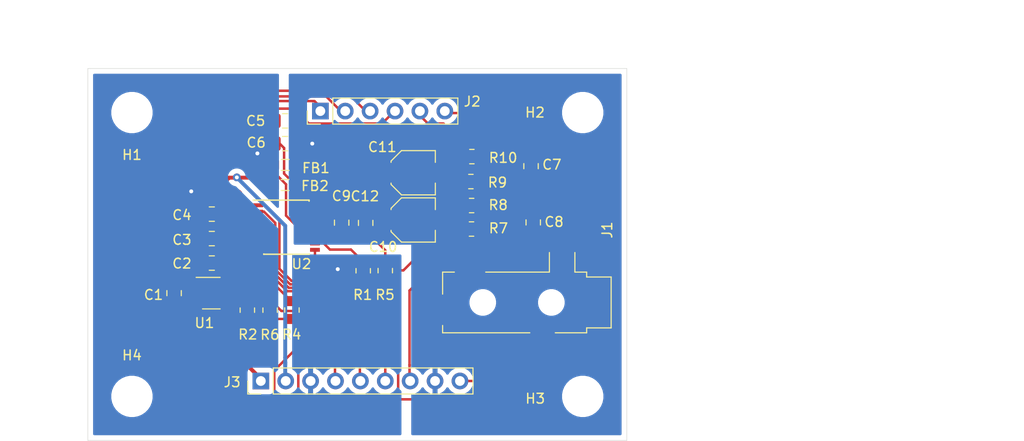
<source format=kicad_pcb>
(kicad_pcb (version 20171130) (host pcbnew "(5.1.10)-1")

  (general
    (thickness 1.6)
    (drawings 11)
    (tracks 310)
    (zones 0)
    (modules 35)
    (nets 23)
  )

  (page A4)
  (layers
    (0 F.Cu signal)
    (31 B.Cu signal hide)
    (32 B.Adhes user hide)
    (33 F.Adhes user hide)
    (34 B.Paste user)
    (35 F.Paste user)
    (36 B.SilkS user)
    (37 F.SilkS user)
    (38 B.Mask user)
    (39 F.Mask user)
    (40 Dwgs.User user)
    (41 Cmts.User user hide)
    (42 Eco1.User user hide)
    (43 Eco2.User user hide)
    (44 Edge.Cuts user)
    (45 Margin user)
    (46 B.CrtYd user hide)
    (47 F.CrtYd user)
    (48 B.Fab user hide)
    (49 F.Fab user hide)
  )

  (setup
    (last_trace_width 0.25)
    (user_trace_width 0.2)
    (user_trace_width 0.3)
    (user_trace_width 0.35)
    (user_trace_width 0.4)
    (user_trace_width 0.5)
    (user_trace_width 1)
    (trace_clearance 0.4)
    (zone_clearance 0.508)
    (zone_45_only no)
    (trace_min 0.2)
    (via_size 0.8)
    (via_drill 0.4)
    (via_min_size 0.4)
    (via_min_drill 0.3)
    (user_via 1.6 0.8)
    (uvia_size 0.3)
    (uvia_drill 0.1)
    (uvias_allowed no)
    (uvia_min_size 0.2)
    (uvia_min_drill 0.1)
    (edge_width 0.05)
    (segment_width 0.2)
    (pcb_text_width 0.3)
    (pcb_text_size 1.5 1.5)
    (mod_edge_width 0.12)
    (mod_text_size 1 1)
    (mod_text_width 0.15)
    (pad_size 3.2 3.2)
    (pad_drill 3.2)
    (pad_to_mask_clearance 0)
    (aux_axis_origin 0 0)
    (visible_elements 7FFFFFFF)
    (pcbplotparams
      (layerselection 0x010fc_ffffffff)
      (usegerberextensions false)
      (usegerberattributes true)
      (usegerberadvancedattributes true)
      (creategerberjobfile true)
      (excludeedgelayer true)
      (linewidth 0.100000)
      (plotframeref false)
      (viasonmask false)
      (mode 1)
      (useauxorigin false)
      (hpglpennumber 1)
      (hpglpenspeed 20)
      (hpglpendiameter 15.000000)
      (psnegative false)
      (psa4output false)
      (plotreference true)
      (plotvalue true)
      (plotinvisibletext false)
      (padsonsilk false)
      (subtractmaskfromsilk false)
      (outputformat 1)
      (mirror false)
      (drillshape 0)
      (scaleselection 1)
      (outputdirectory "../GERBER/"))
  )

  (net 0 "")
  (net 1 GNDD)
  (net 2 VDD)
  (net 3 +3V3)
  (net 4 GNDA)
  (net 5 "Net-(C5-Pad2)")
  (net 6 /OUT_L)
  (net 7 "Net-(C12-Pad1)")
  (net 8 "Net-(C10-Pad2)")
  (net 9 "Net-(C10-Pad1)")
  (net 10 "Net-(C11-Pad1)")
  (net 11 "Net-(C11-Pad2)")
  (net 12 /SYSCLK_IN)
  (net 13 /SFOR_1)
  (net 14 /MUTE)
  (net 15 /SFOR_0)
  (net 16 /PLL_IN)
  (net 17 /CLKOUT)
  (net 18 /WS_IN)
  (net 19 /DATA_IN)
  (net 20 /BCK_IN)
  (net 21 /OUT_R)
  (net 22 "Net-(U1-Pad4)")

  (net_class Default "This is the default net class."
    (clearance 0.4)
    (trace_width 0.25)
    (via_dia 0.8)
    (via_drill 0.4)
    (uvia_dia 0.3)
    (uvia_drill 0.1)
    (add_net "Net-(C10-Pad2)")
    (add_net "Net-(U1-Pad4)")
    (add_net VDD)
  )

  (net_class flatClearence ""
    (clearance 0.1)
    (trace_width 0.25)
    (via_dia 0.8)
    (via_drill 0.4)
    (uvia_dia 0.3)
    (uvia_drill 0.1)
    (add_net +3V3)
    (add_net /BCK_IN)
    (add_net /CLKOUT)
    (add_net /DATA_IN)
    (add_net /MUTE)
    (add_net /OUT_L)
    (add_net /OUT_R)
    (add_net /PLL_IN)
    (add_net /SFOR_0)
    (add_net /SFOR_1)
    (add_net /SYSCLK_IN)
    (add_net /WS_IN)
    (add_net GNDA)
    (add_net GNDD)
    (add_net "Net-(C10-Pad1)")
    (add_net "Net-(C11-Pad1)")
    (add_net "Net-(C11-Pad2)")
    (add_net "Net-(C12-Pad1)")
    (add_net "Net-(C5-Pad2)")
  )

  (module Connector_PinHeader_2.54mm:PinHeader_1x06_P2.54mm_Vertical (layer F.Cu) (tedit 59FED5CC) (tstamp 614B7FBD)
    (at 66.725 94.35 90)
    (descr "Through hole straight pin header, 1x06, 2.54mm pitch, single row")
    (tags "Through hole pin header THT 1x06 2.54mm single row")
    (path /614A39E0)
    (fp_text reference J2 (at 0.975 15.5 180) (layer F.SilkS)
      (effects (font (size 1 1) (thickness 0.15)))
    )
    (fp_text value Conn_01x06 (at 0 15.03 90) (layer F.Fab)
      (effects (font (size 1 1) (thickness 0.15)))
    )
    (fp_line (start -0.635 -1.27) (end 1.27 -1.27) (layer F.Fab) (width 0.1))
    (fp_line (start 1.27 -1.27) (end 1.27 13.97) (layer F.Fab) (width 0.1))
    (fp_line (start 1.27 13.97) (end -1.27 13.97) (layer F.Fab) (width 0.1))
    (fp_line (start -1.27 13.97) (end -1.27 -0.635) (layer F.Fab) (width 0.1))
    (fp_line (start -1.27 -0.635) (end -0.635 -1.27) (layer F.Fab) (width 0.1))
    (fp_line (start -1.33 14.03) (end 1.33 14.03) (layer F.SilkS) (width 0.12))
    (fp_line (start -1.33 1.27) (end -1.33 14.03) (layer F.SilkS) (width 0.12))
    (fp_line (start 1.33 1.27) (end 1.33 14.03) (layer F.SilkS) (width 0.12))
    (fp_line (start -1.33 1.27) (end 1.33 1.27) (layer F.SilkS) (width 0.12))
    (fp_line (start -1.33 0) (end -1.33 -1.33) (layer F.SilkS) (width 0.12))
    (fp_line (start -1.33 -1.33) (end 0 -1.33) (layer F.SilkS) (width 0.12))
    (fp_line (start -1.8 -1.8) (end -1.8 14.5) (layer F.CrtYd) (width 0.05))
    (fp_line (start -1.8 14.5) (end 1.8 14.5) (layer F.CrtYd) (width 0.05))
    (fp_line (start 1.8 14.5) (end 1.8 -1.8) (layer F.CrtYd) (width 0.05))
    (fp_line (start 1.8 -1.8) (end -1.8 -1.8) (layer F.CrtYd) (width 0.05))
    (fp_text user %R (at 0 6.35) (layer F.Fab)
      (effects (font (size 1 1) (thickness 0.15)))
    )
    (pad 1 thru_hole rect (at 0 0 90) (size 1.7 1.7) (drill 1) (layers *.Cu *.Mask)
      (net 12 /SYSCLK_IN))
    (pad 2 thru_hole oval (at 0 2.54 90) (size 1.7 1.7) (drill 1) (layers *.Cu *.Mask)
      (net 13 /SFOR_1))
    (pad 3 thru_hole oval (at 0 5.08 90) (size 1.7 1.7) (drill 1) (layers *.Cu *.Mask)
      (net 14 /MUTE))
    (pad 4 thru_hole oval (at 0 7.62 90) (size 1.7 1.7) (drill 1) (layers *.Cu *.Mask)
      (net 15 /SFOR_0))
    (pad 5 thru_hole oval (at 0 10.16 90) (size 1.7 1.7) (drill 1) (layers *.Cu *.Mask)
      (net 16 /PLL_IN))
    (pad 6 thru_hole oval (at 0 12.7 90) (size 1.7 1.7) (drill 1) (layers *.Cu *.Mask)
      (net 17 /CLKOUT))
    (model ${KISYS3DMOD}/Connector_PinHeader_2.54mm.3dshapes/PinHeader_1x06_P2.54mm_Vertical.wrl
      (at (xyz 0 0 0))
      (scale (xyz 1 1 1))
      (rotate (xyz 0 0 0))
    )
  )

  (module Connector_PinHeader_2.54mm:PinHeader_1x09_P2.54mm_Vertical (layer F.Cu) (tedit 6167A0D8) (tstamp 616784A7)
    (at 60.65 121.925 90)
    (descr "Through hole straight pin header, 1x09, 2.54mm pitch, single row")
    (tags "Through hole pin header THT 1x09 2.54mm single row")
    (path /614A4737)
    (fp_text reference J3 (at -0.125 -2.925 180) (layer F.SilkS)
      (effects (font (size 1 1) (thickness 0.15)))
    )
    (fp_text value Conn_01x09 (at 0 22.65 90) (layer F.Fab)
      (effects (font (size 1 1) (thickness 0.15)))
    )
    (fp_line (start -0.635 -1.27) (end 1.27 -1.27) (layer F.Fab) (width 0.1))
    (fp_line (start 1.27 -1.27) (end 1.27 21.59) (layer F.Fab) (width 0.1))
    (fp_line (start 1.27 21.59) (end -1.27 21.59) (layer F.Fab) (width 0.1))
    (fp_line (start -1.27 21.59) (end -1.27 -0.635) (layer F.Fab) (width 0.1))
    (fp_line (start -1.27 -0.635) (end -0.635 -1.27) (layer F.Fab) (width 0.1))
    (fp_line (start -1.33 21.65) (end 1.33 21.65) (layer F.SilkS) (width 0.12))
    (fp_line (start -1.33 1.27) (end -1.33 21.65) (layer F.SilkS) (width 0.12))
    (fp_line (start 1.33 1.27) (end 1.33 21.65) (layer F.SilkS) (width 0.12))
    (fp_line (start -1.33 1.27) (end 1.33 1.27) (layer F.SilkS) (width 0.12))
    (fp_line (start -1.33 0) (end -1.33 -1.33) (layer F.SilkS) (width 0.12))
    (fp_line (start -1.33 -1.33) (end 0 -1.33) (layer F.SilkS) (width 0.12))
    (fp_line (start -1.8 -1.8) (end -1.8 22.1) (layer F.CrtYd) (width 0.05))
    (fp_line (start -1.8 22.1) (end 1.8 22.1) (layer F.CrtYd) (width 0.05))
    (fp_line (start 1.8 22.1) (end 1.8 -1.8) (layer F.CrtYd) (width 0.05))
    (fp_line (start 1.8 -1.8) (end -1.8 -1.8) (layer F.CrtYd) (width 0.05))
    (fp_text user %R (at 0 10.16) (layer F.Fab)
      (effects (font (size 1 1) (thickness 0.15)))
    )
    (pad 1 thru_hole rect (at 0 0 90) (size 1.7 1.7) (drill 1) (layers *.Cu *.Mask)
      (net 2 VDD))
    (pad 2 thru_hole oval (at 0 2.54 90) (size 1.7 1.7) (drill 1) (layers *.Cu *.Mask)
      (net 3 +3V3))
    (pad 3 thru_hole oval (at 0 5.08 90) (size 1.7 1.7) (drill 1) (layers *.Cu *.Mask)
      (net 1 GNDD))
    (pad 4 thru_hole oval (at 0 7.62 90) (size 1.7 1.7) (drill 1) (layers *.Cu *.Mask)
      (net 19 /DATA_IN))
    (pad 5 thru_hole oval (at 0 10.16 90) (size 1.7 1.7) (drill 1) (layers *.Cu *.Mask)
      (net 18 /WS_IN))
    (pad 6 thru_hole oval (at 0 12.7 90) (size 1.7 1.7) (drill 1) (layers *.Cu *.Mask)
      (net 20 /BCK_IN) (clearance 0.25))
    (pad 7 thru_hole oval (at 0 15.24 90) (size 1.7 1.7) (drill 1) (layers *.Cu *.Mask)
      (net 6 /OUT_L) (clearance 0.25))
    (pad 8 thru_hole oval (at 0 17.78 90) (size 1.7 1.7) (drill 1) (layers *.Cu *.Mask)
      (net 4 GNDA))
    (pad 9 thru_hole oval (at 0 20.32 90) (size 1.7 1.7) (drill 1) (layers *.Cu *.Mask)
      (net 21 /OUT_R))
    (model ${KISYS3DMOD}/Connector_PinHeader_2.54mm.3dshapes/PinHeader_1x09_P2.54mm_Vertical.wrl
      (at (xyz 0 0 0))
      (scale (xyz 1 1 1))
      (rotate (xyz 0 0 0))
    )
  )

  (module Capacitor_SMD:C_0805_2012Metric (layer F.Cu) (tedit 5F68FEEE) (tstamp 614B7E45)
    (at 51.8 112.95 270)
    (descr "Capacitor SMD 0805 (2012 Metric), square (rectangular) end terminal, IPC_7351 nominal, (Body size source: IPC-SM-782 page 76, https://www.pcb-3d.com/wordpress/wp-content/uploads/ipc-sm-782a_amendment_1_and_2.pdf, https://docs.google.com/spreadsheets/d/1BsfQQcO9C6DZCsRaXUlFlo91Tg2WpOkGARC1WS5S8t0/edit?usp=sharing), generated with kicad-footprint-generator")
    (tags capacitor)
    (path /614A61EF)
    (attr smd)
    (fp_text reference C1 (at 0.175 2.1 180) (layer F.SilkS)
      (effects (font (size 1 1) (thickness 0.15)))
    )
    (fp_text value 10uF (at 0 1.68 90) (layer F.Fab)
      (effects (font (size 1 1) (thickness 0.15)))
    )
    (fp_line (start 1.7 0.98) (end -1.7 0.98) (layer F.CrtYd) (width 0.05))
    (fp_line (start 1.7 -0.98) (end 1.7 0.98) (layer F.CrtYd) (width 0.05))
    (fp_line (start -1.7 -0.98) (end 1.7 -0.98) (layer F.CrtYd) (width 0.05))
    (fp_line (start -1.7 0.98) (end -1.7 -0.98) (layer F.CrtYd) (width 0.05))
    (fp_line (start -0.261252 0.735) (end 0.261252 0.735) (layer F.SilkS) (width 0.12))
    (fp_line (start -0.261252 -0.735) (end 0.261252 -0.735) (layer F.SilkS) (width 0.12))
    (fp_line (start 1 0.625) (end -1 0.625) (layer F.Fab) (width 0.1))
    (fp_line (start 1 -0.625) (end 1 0.625) (layer F.Fab) (width 0.1))
    (fp_line (start -1 -0.625) (end 1 -0.625) (layer F.Fab) (width 0.1))
    (fp_line (start -1 0.625) (end -1 -0.625) (layer F.Fab) (width 0.1))
    (fp_text user %R (at 0 0 90) (layer F.Fab)
      (effects (font (size 0.5 0.5) (thickness 0.08)))
    )
    (pad 2 smd roundrect (at 0.95 0 270) (size 1 1.45) (layers F.Cu F.Paste F.Mask) (roundrect_rratio 0.25)
      (net 1 GNDD))
    (pad 1 smd roundrect (at -0.95 0 270) (size 1 1.45) (layers F.Cu F.Paste F.Mask) (roundrect_rratio 0.25)
      (net 2 VDD))
    (model ${KISYS3DMOD}/Capacitor_SMD.3dshapes/C_0805_2012Metric.wrl
      (at (xyz 0 0 0))
      (scale (xyz 1 1 1))
      (rotate (xyz 0 0 0))
    )
  )

  (module Capacitor_SMD:C_0805_2012Metric (layer F.Cu) (tedit 5F68FEEE) (tstamp 614B7E56)
    (at 55.65 109.875 180)
    (descr "Capacitor SMD 0805 (2012 Metric), square (rectangular) end terminal, IPC_7351 nominal, (Body size source: IPC-SM-782 page 76, https://www.pcb-3d.com/wordpress/wp-content/uploads/ipc-sm-782a_amendment_1_and_2.pdf, https://docs.google.com/spreadsheets/d/1BsfQQcO9C6DZCsRaXUlFlo91Tg2WpOkGARC1WS5S8t0/edit?usp=sharing), generated with kicad-footprint-generator")
    (tags capacitor)
    (path /614A6CE0)
    (attr smd)
    (fp_text reference C2 (at 3.05 -0.05) (layer F.SilkS)
      (effects (font (size 1 1) (thickness 0.15)))
    )
    (fp_text value 10uF (at 0 1.68) (layer F.Fab)
      (effects (font (size 1 1) (thickness 0.15)))
    )
    (fp_line (start 1.7 0.98) (end -1.7 0.98) (layer F.CrtYd) (width 0.05))
    (fp_line (start 1.7 -0.98) (end 1.7 0.98) (layer F.CrtYd) (width 0.05))
    (fp_line (start -1.7 -0.98) (end 1.7 -0.98) (layer F.CrtYd) (width 0.05))
    (fp_line (start -1.7 0.98) (end -1.7 -0.98) (layer F.CrtYd) (width 0.05))
    (fp_line (start -0.261252 0.735) (end 0.261252 0.735) (layer F.SilkS) (width 0.12))
    (fp_line (start -0.261252 -0.735) (end 0.261252 -0.735) (layer F.SilkS) (width 0.12))
    (fp_line (start 1 0.625) (end -1 0.625) (layer F.Fab) (width 0.1))
    (fp_line (start 1 -0.625) (end 1 0.625) (layer F.Fab) (width 0.1))
    (fp_line (start -1 -0.625) (end 1 -0.625) (layer F.Fab) (width 0.1))
    (fp_line (start -1 0.625) (end -1 -0.625) (layer F.Fab) (width 0.1))
    (fp_text user %R (at 0 0) (layer F.Fab)
      (effects (font (size 0.5 0.5) (thickness 0.08)))
    )
    (pad 2 smd roundrect (at 0.95 0 180) (size 1 1.45) (layers F.Cu F.Paste F.Mask) (roundrect_rratio 0.25)
      (net 1 GNDD))
    (pad 1 smd roundrect (at -0.95 0 180) (size 1 1.45) (layers F.Cu F.Paste F.Mask) (roundrect_rratio 0.25)
      (net 3 +3V3))
    (model ${KISYS3DMOD}/Capacitor_SMD.3dshapes/C_0805_2012Metric.wrl
      (at (xyz 0 0 0))
      (scale (xyz 1 1 1))
      (rotate (xyz 0 0 0))
    )
  )

  (module Capacitor_SMD:C_0805_2012Metric (layer F.Cu) (tedit 5F68FEEE) (tstamp 614B7E67)
    (at 55.65 107.375)
    (descr "Capacitor SMD 0805 (2012 Metric), square (rectangular) end terminal, IPC_7351 nominal, (Body size source: IPC-SM-782 page 76, https://www.pcb-3d.com/wordpress/wp-content/uploads/ipc-sm-782a_amendment_1_and_2.pdf, https://docs.google.com/spreadsheets/d/1BsfQQcO9C6DZCsRaXUlFlo91Tg2WpOkGARC1WS5S8t0/edit?usp=sharing), generated with kicad-footprint-generator")
    (tags capacitor)
    (path /614BB6EA)
    (attr smd)
    (fp_text reference C3 (at -3.05 0.125 180) (layer F.SilkS)
      (effects (font (size 1 1) (thickness 0.15)))
    )
    (fp_text value 10uF (at 0 1.68) (layer F.Fab)
      (effects (font (size 1 1) (thickness 0.15)))
    )
    (fp_line (start -1 0.625) (end -1 -0.625) (layer F.Fab) (width 0.1))
    (fp_line (start -1 -0.625) (end 1 -0.625) (layer F.Fab) (width 0.1))
    (fp_line (start 1 -0.625) (end 1 0.625) (layer F.Fab) (width 0.1))
    (fp_line (start 1 0.625) (end -1 0.625) (layer F.Fab) (width 0.1))
    (fp_line (start -0.261252 -0.735) (end 0.261252 -0.735) (layer F.SilkS) (width 0.12))
    (fp_line (start -0.261252 0.735) (end 0.261252 0.735) (layer F.SilkS) (width 0.12))
    (fp_line (start -1.7 0.98) (end -1.7 -0.98) (layer F.CrtYd) (width 0.05))
    (fp_line (start -1.7 -0.98) (end 1.7 -0.98) (layer F.CrtYd) (width 0.05))
    (fp_line (start 1.7 -0.98) (end 1.7 0.98) (layer F.CrtYd) (width 0.05))
    (fp_line (start 1.7 0.98) (end -1.7 0.98) (layer F.CrtYd) (width 0.05))
    (fp_text user %R (at 0 0) (layer F.Fab)
      (effects (font (size 0.5 0.5) (thickness 0.08)))
    )
    (pad 1 smd roundrect (at -0.95 0) (size 1 1.45) (layers F.Cu F.Paste F.Mask) (roundrect_rratio 0.25)
      (net 1 GNDD))
    (pad 2 smd roundrect (at 0.95 0) (size 1 1.45) (layers F.Cu F.Paste F.Mask) (roundrect_rratio 0.25)
      (net 3 +3V3))
    (model ${KISYS3DMOD}/Capacitor_SMD.3dshapes/C_0805_2012Metric.wrl
      (at (xyz 0 0 0))
      (scale (xyz 1 1 1))
      (rotate (xyz 0 0 0))
    )
  )

  (module Capacitor_SMD:C_0805_2012Metric (layer F.Cu) (tedit 5F68FEEE) (tstamp 614B7E78)
    (at 55.65 104.875 180)
    (descr "Capacitor SMD 0805 (2012 Metric), square (rectangular) end terminal, IPC_7351 nominal, (Body size source: IPC-SM-782 page 76, https://www.pcb-3d.com/wordpress/wp-content/uploads/ipc-sm-782a_amendment_1_and_2.pdf, https://docs.google.com/spreadsheets/d/1BsfQQcO9C6DZCsRaXUlFlo91Tg2WpOkGARC1WS5S8t0/edit?usp=sharing), generated with kicad-footprint-generator")
    (tags capacitor)
    (path /614BBBBD)
    (attr smd)
    (fp_text reference C4 (at 3.05 -0.1) (layer F.SilkS)
      (effects (font (size 1 1) (thickness 0.15)))
    )
    (fp_text value 0.1uF (at 0 1.68) (layer F.Fab)
      (effects (font (size 1 1) (thickness 0.15)))
    )
    (fp_line (start 1.7 0.98) (end -1.7 0.98) (layer F.CrtYd) (width 0.05))
    (fp_line (start 1.7 -0.98) (end 1.7 0.98) (layer F.CrtYd) (width 0.05))
    (fp_line (start -1.7 -0.98) (end 1.7 -0.98) (layer F.CrtYd) (width 0.05))
    (fp_line (start -1.7 0.98) (end -1.7 -0.98) (layer F.CrtYd) (width 0.05))
    (fp_line (start -0.261252 0.735) (end 0.261252 0.735) (layer F.SilkS) (width 0.12))
    (fp_line (start -0.261252 -0.735) (end 0.261252 -0.735) (layer F.SilkS) (width 0.12))
    (fp_line (start 1 0.625) (end -1 0.625) (layer F.Fab) (width 0.1))
    (fp_line (start 1 -0.625) (end 1 0.625) (layer F.Fab) (width 0.1))
    (fp_line (start -1 -0.625) (end 1 -0.625) (layer F.Fab) (width 0.1))
    (fp_line (start -1 0.625) (end -1 -0.625) (layer F.Fab) (width 0.1))
    (fp_text user %R (at 0 0) (layer F.Fab)
      (effects (font (size 0.5 0.5) (thickness 0.08)))
    )
    (pad 2 smd roundrect (at 0.95 0 180) (size 1 1.45) (layers F.Cu F.Paste F.Mask) (roundrect_rratio 0.25)
      (net 1 GNDD))
    (pad 1 smd roundrect (at -0.95 0 180) (size 1 1.45) (layers F.Cu F.Paste F.Mask) (roundrect_rratio 0.25)
      (net 3 +3V3))
    (model ${KISYS3DMOD}/Capacitor_SMD.3dshapes/C_0805_2012Metric.wrl
      (at (xyz 0 0 0))
      (scale (xyz 1 1 1))
      (rotate (xyz 0 0 0))
    )
  )

  (module Capacitor_SMD:C_0805_2012Metric (layer F.Cu) (tedit 6167B2F4) (tstamp 6167C5C6)
    (at 63.125 95.35 180)
    (descr "Capacitor SMD 0805 (2012 Metric), square (rectangular) end terminal, IPC_7351 nominal, (Body size source: IPC-SM-782 page 76, https://www.pcb-3d.com/wordpress/wp-content/uploads/ipc-sm-782a_amendment_1_and_2.pdf, https://docs.google.com/spreadsheets/d/1BsfQQcO9C6DZCsRaXUlFlo91Tg2WpOkGARC1WS5S8t0/edit?usp=sharing), generated with kicad-footprint-generator")
    (tags capacitor)
    (path /614BBEDC)
    (attr smd)
    (fp_text reference C5 (at 3 0) (layer F.SilkS)
      (effects (font (size 1 1) (thickness 0.15)))
    )
    (fp_text value 10uF (at 0 1.68) (layer F.Fab)
      (effects (font (size 1 1) (thickness 0.15)))
    )
    (fp_line (start -1 0.625) (end -1 -0.625) (layer F.Fab) (width 0.1))
    (fp_line (start -1 -0.625) (end 1 -0.625) (layer F.Fab) (width 0.1))
    (fp_line (start 1 -0.625) (end 1 0.625) (layer F.Fab) (width 0.1))
    (fp_line (start 1 0.625) (end -1 0.625) (layer F.Fab) (width 0.1))
    (fp_line (start -0.261252 -0.735) (end 0.261252 -0.735) (layer F.SilkS) (width 0.12))
    (fp_line (start -0.261252 0.735) (end 0.261252 0.735) (layer F.SilkS) (width 0.12))
    (fp_line (start -1.7 0.98) (end -1.7 -0.98) (layer F.CrtYd) (width 0.05))
    (fp_line (start -1.7 -0.98) (end 1.7 -0.98) (layer F.CrtYd) (width 0.05))
    (fp_line (start 1.7 -0.98) (end 1.7 0.98) (layer F.CrtYd) (width 0.05))
    (fp_line (start 1.7 0.98) (end -1.7 0.98) (layer F.CrtYd) (width 0.05))
    (fp_text user %R (at 0 0) (layer F.Fab)
      (effects (font (size 0.5 0.5) (thickness 0.08)))
    )
    (pad 1 smd roundrect (at -0.95 0 180) (size 1 1.45) (layers F.Cu F.Paste F.Mask) (roundrect_rratio 0.25)
      (net 4 GNDA) (clearance 0.3))
    (pad 2 smd roundrect (at 0.95 0 180) (size 1 1.45) (layers F.Cu F.Paste F.Mask) (roundrect_rratio 0.25)
      (net 5 "Net-(C5-Pad2)") (clearance 0.4))
    (model ${KISYS3DMOD}/Capacitor_SMD.3dshapes/C_0805_2012Metric.wrl
      (at (xyz 0 0 0))
      (scale (xyz 1 1 1))
      (rotate (xyz 0 0 0))
    )
  )

  (module Capacitor_SMD:C_0805_2012Metric (layer F.Cu) (tedit 61679BC4) (tstamp 614B7E9A)
    (at 63.125 97.675 180)
    (descr "Capacitor SMD 0805 (2012 Metric), square (rectangular) end terminal, IPC_7351 nominal, (Body size source: IPC-SM-782 page 76, https://www.pcb-3d.com/wordpress/wp-content/uploads/ipc-sm-782a_amendment_1_and_2.pdf, https://docs.google.com/spreadsheets/d/1BsfQQcO9C6DZCsRaXUlFlo91Tg2WpOkGARC1WS5S8t0/edit?usp=sharing), generated with kicad-footprint-generator")
    (tags capacitor)
    (path /614BC618)
    (attr smd)
    (fp_text reference C6 (at 2.95 0.1) (layer F.SilkS)
      (effects (font (size 1 1) (thickness 0.15)))
    )
    (fp_text value 0.1uF (at 0 1.68) (layer F.Fab)
      (effects (font (size 1 1) (thickness 0.15)))
    )
    (fp_line (start 1.7 0.98) (end -1.7 0.98) (layer F.CrtYd) (width 0.05))
    (fp_line (start 1.7 -0.98) (end 1.7 0.98) (layer F.CrtYd) (width 0.05))
    (fp_line (start -1.7 -0.98) (end 1.7 -0.98) (layer F.CrtYd) (width 0.05))
    (fp_line (start -1.7 0.98) (end -1.7 -0.98) (layer F.CrtYd) (width 0.05))
    (fp_line (start -0.261252 0.735) (end 0.261252 0.735) (layer F.SilkS) (width 0.12))
    (fp_line (start -0.261252 -0.735) (end 0.261252 -0.735) (layer F.SilkS) (width 0.12))
    (fp_line (start 1 0.625) (end -1 0.625) (layer F.Fab) (width 0.1))
    (fp_line (start 1 -0.625) (end 1 0.625) (layer F.Fab) (width 0.1))
    (fp_line (start -1 -0.625) (end 1 -0.625) (layer F.Fab) (width 0.1))
    (fp_line (start -1 0.625) (end -1 -0.625) (layer F.Fab) (width 0.1))
    (fp_text user %R (at 0 0) (layer F.Fab)
      (effects (font (size 0.5 0.5) (thickness 0.08)))
    )
    (pad 2 smd roundrect (at 0.95 0 180) (size 1 1.45) (layers F.Cu F.Paste F.Mask) (roundrect_rratio 0.25)
      (net 5 "Net-(C5-Pad2)") (clearance 0.4))
    (pad 1 smd roundrect (at -0.95 0 180) (size 1 1.45) (layers F.Cu F.Paste F.Mask) (roundrect_rratio 0.25)
      (net 4 GNDA) (clearance 0.4))
    (model ${KISYS3DMOD}/Capacitor_SMD.3dshapes/C_0805_2012Metric.wrl
      (at (xyz 0 0 0))
      (scale (xyz 1 1 1))
      (rotate (xyz 0 0 0))
    )
  )

  (module Capacitor_SMD:C_0805_2012Metric (layer F.Cu) (tedit 5F68FEEE) (tstamp 614B7EAB)
    (at 88.225 99.975 90)
    (descr "Capacitor SMD 0805 (2012 Metric), square (rectangular) end terminal, IPC_7351 nominal, (Body size source: IPC-SM-782 page 76, https://www.pcb-3d.com/wordpress/wp-content/uploads/ipc-sm-782a_amendment_1_and_2.pdf, https://docs.google.com/spreadsheets/d/1BsfQQcO9C6DZCsRaXUlFlo91Tg2WpOkGARC1WS5S8t0/edit?usp=sharing), generated with kicad-footprint-generator")
    (tags capacitor)
    (path /614BD2D3)
    (attr smd)
    (fp_text reference C7 (at 0.15 2.125 180) (layer F.SilkS)
      (effects (font (size 1 1) (thickness 0.15)))
    )
    (fp_text value 0.01uF (at 0 1.68 90) (layer F.Fab)
      (effects (font (size 1 1) (thickness 0.15)))
    )
    (fp_line (start -1 0.625) (end -1 -0.625) (layer F.Fab) (width 0.1))
    (fp_line (start -1 -0.625) (end 1 -0.625) (layer F.Fab) (width 0.1))
    (fp_line (start 1 -0.625) (end 1 0.625) (layer F.Fab) (width 0.1))
    (fp_line (start 1 0.625) (end -1 0.625) (layer F.Fab) (width 0.1))
    (fp_line (start -0.261252 -0.735) (end 0.261252 -0.735) (layer F.SilkS) (width 0.12))
    (fp_line (start -0.261252 0.735) (end 0.261252 0.735) (layer F.SilkS) (width 0.12))
    (fp_line (start -1.7 0.98) (end -1.7 -0.98) (layer F.CrtYd) (width 0.05))
    (fp_line (start -1.7 -0.98) (end 1.7 -0.98) (layer F.CrtYd) (width 0.05))
    (fp_line (start 1.7 -0.98) (end 1.7 0.98) (layer F.CrtYd) (width 0.05))
    (fp_line (start 1.7 0.98) (end -1.7 0.98) (layer F.CrtYd) (width 0.05))
    (fp_text user %R (at 0 0 90) (layer F.Fab)
      (effects (font (size 0.5 0.5) (thickness 0.08)))
    )
    (pad 1 smd roundrect (at -0.95 0 90) (size 1 1.45) (layers F.Cu F.Paste F.Mask) (roundrect_rratio 0.25)
      (net 4 GNDA))
    (pad 2 smd roundrect (at 0.95 0 90) (size 1 1.45) (layers F.Cu F.Paste F.Mask) (roundrect_rratio 0.25)
      (net 21 /OUT_R))
    (model ${KISYS3DMOD}/Capacitor_SMD.3dshapes/C_0805_2012Metric.wrl
      (at (xyz 0 0 0))
      (scale (xyz 1 1 1))
      (rotate (xyz 0 0 0))
    )
  )

  (module Capacitor_SMD:C_0805_2012Metric (layer F.Cu) (tedit 5F68FEEE) (tstamp 614B7EBC)
    (at 88.45 105.725 90)
    (descr "Capacitor SMD 0805 (2012 Metric), square (rectangular) end terminal, IPC_7351 nominal, (Body size source: IPC-SM-782 page 76, https://www.pcb-3d.com/wordpress/wp-content/uploads/ipc-sm-782a_amendment_1_and_2.pdf, https://docs.google.com/spreadsheets/d/1BsfQQcO9C6DZCsRaXUlFlo91Tg2WpOkGARC1WS5S8t0/edit?usp=sharing), generated with kicad-footprint-generator")
    (tags capacitor)
    (path /614BC92E)
    (attr smd)
    (fp_text reference C8 (at 0.05 2.125 180) (layer F.SilkS)
      (effects (font (size 1 1) (thickness 0.15)))
    )
    (fp_text value 0.01uF (at 0 1.68 90) (layer F.Fab)
      (effects (font (size 1 1) (thickness 0.15)))
    )
    (fp_line (start -1 0.625) (end -1 -0.625) (layer F.Fab) (width 0.1))
    (fp_line (start -1 -0.625) (end 1 -0.625) (layer F.Fab) (width 0.1))
    (fp_line (start 1 -0.625) (end 1 0.625) (layer F.Fab) (width 0.1))
    (fp_line (start 1 0.625) (end -1 0.625) (layer F.Fab) (width 0.1))
    (fp_line (start -0.261252 -0.735) (end 0.261252 -0.735) (layer F.SilkS) (width 0.12))
    (fp_line (start -0.261252 0.735) (end 0.261252 0.735) (layer F.SilkS) (width 0.12))
    (fp_line (start -1.7 0.98) (end -1.7 -0.98) (layer F.CrtYd) (width 0.05))
    (fp_line (start -1.7 -0.98) (end 1.7 -0.98) (layer F.CrtYd) (width 0.05))
    (fp_line (start 1.7 -0.98) (end 1.7 0.98) (layer F.CrtYd) (width 0.05))
    (fp_line (start 1.7 0.98) (end -1.7 0.98) (layer F.CrtYd) (width 0.05))
    (fp_text user %R (at 0 0 90) (layer F.Fab)
      (effects (font (size 0.5 0.5) (thickness 0.08)))
    )
    (pad 1 smd roundrect (at -0.95 0 90) (size 1 1.45) (layers F.Cu F.Paste F.Mask) (roundrect_rratio 0.25)
      (net 6 /OUT_L))
    (pad 2 smd roundrect (at 0.95 0 90) (size 1 1.45) (layers F.Cu F.Paste F.Mask) (roundrect_rratio 0.25)
      (net 4 GNDA))
    (model ${KISYS3DMOD}/Capacitor_SMD.3dshapes/C_0805_2012Metric.wrl
      (at (xyz 0 0 0))
      (scale (xyz 1 1 1))
      (rotate (xyz 0 0 0))
    )
  )

  (module Capacitor_SMD:C_0805_2012Metric (layer F.Cu) (tedit 61679E6C) (tstamp 614B7ECD)
    (at 68.9 105.75 90)
    (descr "Capacitor SMD 0805 (2012 Metric), square (rectangular) end terminal, IPC_7351 nominal, (Body size source: IPC-SM-782 page 76, https://www.pcb-3d.com/wordpress/wp-content/uploads/ipc-sm-782a_amendment_1_and_2.pdf, https://docs.google.com/spreadsheets/d/1BsfQQcO9C6DZCsRaXUlFlo91Tg2WpOkGARC1WS5S8t0/edit?usp=sharing), generated with kicad-footprint-generator")
    (tags capacitor)
    (path /614E63F5)
    (clearance 0.1)
    (attr smd)
    (fp_text reference C9 (at 2.725 -0.025 180) (layer F.SilkS)
      (effects (font (size 1 1) (thickness 0.15)))
    )
    (fp_text value 0.1uF (at 0 1.68 90) (layer F.Fab)
      (effects (font (size 1 1) (thickness 0.15)))
    )
    (fp_line (start 1.7 0.98) (end -1.7 0.98) (layer F.CrtYd) (width 0.05))
    (fp_line (start 1.7 -0.98) (end 1.7 0.98) (layer F.CrtYd) (width 0.05))
    (fp_line (start -1.7 -0.98) (end 1.7 -0.98) (layer F.CrtYd) (width 0.05))
    (fp_line (start -1.7 0.98) (end -1.7 -0.98) (layer F.CrtYd) (width 0.05))
    (fp_line (start -0.261252 0.735) (end 0.261252 0.735) (layer F.SilkS) (width 0.12))
    (fp_line (start -0.261252 -0.735) (end 0.261252 -0.735) (layer F.SilkS) (width 0.12))
    (fp_line (start 1 0.625) (end -1 0.625) (layer F.Fab) (width 0.1))
    (fp_line (start 1 -0.625) (end 1 0.625) (layer F.Fab) (width 0.1))
    (fp_line (start -1 -0.625) (end 1 -0.625) (layer F.Fab) (width 0.1))
    (fp_line (start -1 0.625) (end -1 -0.625) (layer F.Fab) (width 0.1))
    (fp_text user %R (at 0 0 90) (layer F.Fab)
      (effects (font (size 0.5 0.5) (thickness 0.08)))
    )
    (pad 2 smd roundrect (at 0.95 0 90) (size 1 1.45) (layers F.Cu F.Paste F.Mask) (roundrect_rratio 0.25)
      (net 4 GNDA) (clearance 0.2))
    (pad 1 smd roundrect (at -0.95 0 90) (size 1 1.45) (layers F.Cu F.Paste F.Mask) (roundrect_rratio 0.25)
      (net 7 "Net-(C12-Pad1)") (clearance 0.2))
    (model ${KISYS3DMOD}/Capacitor_SMD.3dshapes/C_0805_2012Metric.wrl
      (at (xyz 0 0 0))
      (scale (xyz 1 1 1))
      (rotate (xyz 0 0 0))
    )
  )

  (module Capacitor_SMD:C_Elec_4x5.4 (layer F.Cu) (tedit 61679FED) (tstamp 614B7EF1)
    (at 76.2 105.475)
    (descr "SMD capacitor, aluminum electrolytic nonpolar, 4.0x5.4mm")
    (tags "capacitor electrolyic nonpolar")
    (path /614E5094)
    (attr smd)
    (fp_text reference C10 (at -3.075 2.75) (layer F.SilkS)
      (effects (font (size 1 1) (thickness 0.15)))
    )
    (fp_text value 47uF (at 0 3.2) (layer F.Fab)
      (effects (font (size 1 1) (thickness 0.15)))
    )
    (fp_line (start -3.25 1.05) (end -2.4 1.05) (layer F.CrtYd) (width 0.05))
    (fp_line (start -3.25 -1.05) (end -3.25 1.05) (layer F.CrtYd) (width 0.05))
    (fp_line (start -2.4 -1.05) (end -3.25 -1.05) (layer F.CrtYd) (width 0.05))
    (fp_line (start -2.4 1.05) (end -2.4 1.25) (layer F.CrtYd) (width 0.05))
    (fp_line (start -2.4 -1.25) (end -2.4 -1.05) (layer F.CrtYd) (width 0.05))
    (fp_line (start -2.4 -1.25) (end -1.25 -2.4) (layer F.CrtYd) (width 0.05))
    (fp_line (start -2.4 1.25) (end -1.25 2.4) (layer F.CrtYd) (width 0.05))
    (fp_line (start -1.25 -2.4) (end 2.4 -2.4) (layer F.CrtYd) (width 0.05))
    (fp_line (start -1.25 2.4) (end 2.4 2.4) (layer F.CrtYd) (width 0.05))
    (fp_line (start 2.4 1.05) (end 2.4 2.4) (layer F.CrtYd) (width 0.05))
    (fp_line (start 3.25 1.05) (end 2.4 1.05) (layer F.CrtYd) (width 0.05))
    (fp_line (start 3.25 -1.05) (end 3.25 1.05) (layer F.CrtYd) (width 0.05))
    (fp_line (start 2.4 -1.05) (end 3.25 -1.05) (layer F.CrtYd) (width 0.05))
    (fp_line (start 2.4 -2.4) (end 2.4 -1.05) (layer F.CrtYd) (width 0.05))
    (fp_line (start -2.26 1.195563) (end -1.195563 2.26) (layer F.SilkS) (width 0.12))
    (fp_line (start -2.26 -1.195563) (end -1.195563 -2.26) (layer F.SilkS) (width 0.12))
    (fp_line (start -2.26 -1.195563) (end -2.26 -1.06) (layer F.SilkS) (width 0.12))
    (fp_line (start -2.26 1.195563) (end -2.26 1.06) (layer F.SilkS) (width 0.12))
    (fp_line (start -1.195563 2.26) (end 2.26 2.26) (layer F.SilkS) (width 0.12))
    (fp_line (start -1.195563 -2.26) (end 2.26 -2.26) (layer F.SilkS) (width 0.12))
    (fp_line (start 2.26 -2.26) (end 2.26 -1.06) (layer F.SilkS) (width 0.12))
    (fp_line (start 2.26 2.26) (end 2.26 1.06) (layer F.SilkS) (width 0.12))
    (fp_line (start -2.15 1.15) (end -1.15 2.15) (layer F.Fab) (width 0.1))
    (fp_line (start -2.15 -1.15) (end -1.15 -2.15) (layer F.Fab) (width 0.1))
    (fp_line (start -2.15 -1.15) (end -2.15 1.15) (layer F.Fab) (width 0.1))
    (fp_line (start -1.15 2.15) (end 2.15 2.15) (layer F.Fab) (width 0.1))
    (fp_line (start -1.15 -2.15) (end 2.15 -2.15) (layer F.Fab) (width 0.1))
    (fp_line (start 2.15 -2.15) (end 2.15 2.15) (layer F.Fab) (width 0.1))
    (fp_circle (center 0 0) (end 2 0) (layer F.Fab) (width 0.1))
    (fp_text user %R (at 0 0) (layer F.Fab)
      (effects (font (size 0.8 0.8) (thickness 0.12)))
    )
    (pad 2 smd roundrect (at 1.675 0) (size 2.65 1.6) (layers F.Cu F.Paste F.Mask) (roundrect_rratio 0.156)
      (net 8 "Net-(C10-Pad2)") (clearance 0.1))
    (pad 1 smd roundrect (at -1.675 0) (size 2.65 1.6) (layers F.Cu F.Paste F.Mask) (roundrect_rratio 0.15625)
      (net 9 "Net-(C10-Pad1)"))
    (model ${KISYS3DMOD}/Capacitor_SMD.3dshapes/C_Elec_4x5.4.wrl
      (at (xyz 0 0 0))
      (scale (xyz 1 1 1))
      (rotate (xyz 0 0 0))
    )
  )

  (module Capacitor_SMD:C_Elec_4x5.4 (layer F.Cu) (tedit 5BC8D926) (tstamp 614B7F15)
    (at 76.2 100.65)
    (descr "SMD capacitor, aluminum electrolytic nonpolar, 4.0x5.4mm")
    (tags "capacitor electrolyic nonpolar")
    (path /614E5A44)
    (attr smd)
    (fp_text reference C11 (at -3.15 -2.625) (layer F.SilkS)
      (effects (font (size 1 1) (thickness 0.15)))
    )
    (fp_text value 47uF (at 0 3.2) (layer F.Fab)
      (effects (font (size 1 1) (thickness 0.15)))
    )
    (fp_circle (center 0 0) (end 2 0) (layer F.Fab) (width 0.1))
    (fp_line (start 2.15 -2.15) (end 2.15 2.15) (layer F.Fab) (width 0.1))
    (fp_line (start -1.15 -2.15) (end 2.15 -2.15) (layer F.Fab) (width 0.1))
    (fp_line (start -1.15 2.15) (end 2.15 2.15) (layer F.Fab) (width 0.1))
    (fp_line (start -2.15 -1.15) (end -2.15 1.15) (layer F.Fab) (width 0.1))
    (fp_line (start -2.15 -1.15) (end -1.15 -2.15) (layer F.Fab) (width 0.1))
    (fp_line (start -2.15 1.15) (end -1.15 2.15) (layer F.Fab) (width 0.1))
    (fp_line (start 2.26 2.26) (end 2.26 1.06) (layer F.SilkS) (width 0.12))
    (fp_line (start 2.26 -2.26) (end 2.26 -1.06) (layer F.SilkS) (width 0.12))
    (fp_line (start -1.195563 -2.26) (end 2.26 -2.26) (layer F.SilkS) (width 0.12))
    (fp_line (start -1.195563 2.26) (end 2.26 2.26) (layer F.SilkS) (width 0.12))
    (fp_line (start -2.26 1.195563) (end -2.26 1.06) (layer F.SilkS) (width 0.12))
    (fp_line (start -2.26 -1.195563) (end -2.26 -1.06) (layer F.SilkS) (width 0.12))
    (fp_line (start -2.26 -1.195563) (end -1.195563 -2.26) (layer F.SilkS) (width 0.12))
    (fp_line (start -2.26 1.195563) (end -1.195563 2.26) (layer F.SilkS) (width 0.12))
    (fp_line (start 2.4 -2.4) (end 2.4 -1.05) (layer F.CrtYd) (width 0.05))
    (fp_line (start 2.4 -1.05) (end 3.25 -1.05) (layer F.CrtYd) (width 0.05))
    (fp_line (start 3.25 -1.05) (end 3.25 1.05) (layer F.CrtYd) (width 0.05))
    (fp_line (start 3.25 1.05) (end 2.4 1.05) (layer F.CrtYd) (width 0.05))
    (fp_line (start 2.4 1.05) (end 2.4 2.4) (layer F.CrtYd) (width 0.05))
    (fp_line (start -1.25 2.4) (end 2.4 2.4) (layer F.CrtYd) (width 0.05))
    (fp_line (start -1.25 -2.4) (end 2.4 -2.4) (layer F.CrtYd) (width 0.05))
    (fp_line (start -2.4 1.25) (end -1.25 2.4) (layer F.CrtYd) (width 0.05))
    (fp_line (start -2.4 -1.25) (end -1.25 -2.4) (layer F.CrtYd) (width 0.05))
    (fp_line (start -2.4 -1.25) (end -2.4 -1.05) (layer F.CrtYd) (width 0.05))
    (fp_line (start -2.4 1.05) (end -2.4 1.25) (layer F.CrtYd) (width 0.05))
    (fp_line (start -2.4 -1.05) (end -3.25 -1.05) (layer F.CrtYd) (width 0.05))
    (fp_line (start -3.25 -1.05) (end -3.25 1.05) (layer F.CrtYd) (width 0.05))
    (fp_line (start -3.25 1.05) (end -2.4 1.05) (layer F.CrtYd) (width 0.05))
    (fp_text user %R (at 0 0) (layer F.Fab)
      (effects (font (size 0.8 0.8) (thickness 0.12)))
    )
    (pad 1 smd roundrect (at -1.675 0) (size 2.65 1.6) (layers F.Cu F.Paste F.Mask) (roundrect_rratio 0.15625)
      (net 10 "Net-(C11-Pad1)"))
    (pad 2 smd roundrect (at 1.675 0) (size 2.65 1.6) (layers F.Cu F.Paste F.Mask) (roundrect_rratio 0.15625)
      (net 11 "Net-(C11-Pad2)"))
    (model ${KISYS3DMOD}/Capacitor_SMD.3dshapes/C_Elec_4x5.4.wrl
      (at (xyz 0 0 0))
      (scale (xyz 1 1 1))
      (rotate (xyz 0 0 0))
    )
  )

  (module Capacitor_SMD:C_0805_2012Metric (layer F.Cu) (tedit 61679E78) (tstamp 614B7F26)
    (at 71.35 105.775 90)
    (descr "Capacitor SMD 0805 (2012 Metric), square (rectangular) end terminal, IPC_7351 nominal, (Body size source: IPC-SM-782 page 76, https://www.pcb-3d.com/wordpress/wp-content/uploads/ipc-sm-782a_amendment_1_and_2.pdf, https://docs.google.com/spreadsheets/d/1BsfQQcO9C6DZCsRaXUlFlo91Tg2WpOkGARC1WS5S8t0/edit?usp=sharing), generated with kicad-footprint-generator")
    (tags capacitor)
    (path /614E607B)
    (clearance 0.2)
    (attr smd)
    (fp_text reference C12 (at 2.725 -0.075 180) (layer F.SilkS)
      (effects (font (size 1 1) (thickness 0.15)))
    )
    (fp_text value 10uF (at 0 1.68 90) (layer F.Fab)
      (effects (font (size 1 1) (thickness 0.15)))
    )
    (fp_line (start -1 0.625) (end -1 -0.625) (layer F.Fab) (width 0.1))
    (fp_line (start -1 -0.625) (end 1 -0.625) (layer F.Fab) (width 0.1))
    (fp_line (start 1 -0.625) (end 1 0.625) (layer F.Fab) (width 0.1))
    (fp_line (start 1 0.625) (end -1 0.625) (layer F.Fab) (width 0.1))
    (fp_line (start -0.261252 -0.735) (end 0.261252 -0.735) (layer F.SilkS) (width 0.12))
    (fp_line (start -0.261252 0.735) (end 0.261252 0.735) (layer F.SilkS) (width 0.12))
    (fp_line (start -1.7 0.98) (end -1.7 -0.98) (layer F.CrtYd) (width 0.05))
    (fp_line (start -1.7 -0.98) (end 1.7 -0.98) (layer F.CrtYd) (width 0.05))
    (fp_line (start 1.7 -0.98) (end 1.7 0.98) (layer F.CrtYd) (width 0.05))
    (fp_line (start 1.7 0.98) (end -1.7 0.98) (layer F.CrtYd) (width 0.05))
    (fp_text user %R (at 0 0 90) (layer F.Fab)
      (effects (font (size 0.5 0.5) (thickness 0.08)))
    )
    (pad 1 smd roundrect (at -0.95 0 90) (size 1 1.45) (layers F.Cu F.Paste F.Mask) (roundrect_rratio 0.25)
      (net 7 "Net-(C12-Pad1)") (clearance 0.2))
    (pad 2 smd roundrect (at 0.95 0 90) (size 1 1.45) (layers F.Cu F.Paste F.Mask) (roundrect_rratio 0.25)
      (net 4 GNDA) (clearance 0.2))
    (model ${KISYS3DMOD}/Capacitor_SMD.3dshapes/C_0805_2012Metric.wrl
      (at (xyz 0 0 0))
      (scale (xyz 1 1 1))
      (rotate (xyz 0 0 0))
    )
  )

  (module Inductor_SMD:L_0805_2012Metric (layer F.Cu) (tedit 6167A672) (tstamp 614B7F37)
    (at 63.1375 99.85 180)
    (descr "Inductor SMD 0805 (2012 Metric), square (rectangular) end terminal, IPC_7351 nominal, (Body size source: IPC-SM-782 page 80, https://www.pcb-3d.com/wordpress/wp-content/uploads/ipc-sm-782a_amendment_1_and_2.pdf), generated with kicad-footprint-generator")
    (tags inductor)
    (path /614E468D)
    (attr smd)
    (fp_text reference FB1 (at -3.1375 -0.325) (layer F.SilkS)
      (effects (font (size 1 1) (thickness 0.15)))
    )
    (fp_text value Ferrite (at 0 1.55) (layer F.Fab)
      (effects (font (size 1 1) (thickness 0.15)))
    )
    (fp_line (start -1 0.45) (end -1 -0.45) (layer F.Fab) (width 0.1))
    (fp_line (start -1 -0.45) (end 1 -0.45) (layer F.Fab) (width 0.1))
    (fp_line (start 1 -0.45) (end 1 0.45) (layer F.Fab) (width 0.1))
    (fp_line (start 1 0.45) (end -1 0.45) (layer F.Fab) (width 0.1))
    (fp_line (start -0.399622 -0.56) (end 0.399622 -0.56) (layer F.SilkS) (width 0.12))
    (fp_line (start -0.399622 0.56) (end 0.399622 0.56) (layer F.SilkS) (width 0.12))
    (fp_line (start -1.75 0.85) (end -1.75 -0.85) (layer F.CrtYd) (width 0.05))
    (fp_line (start -1.75 -0.85) (end 1.75 -0.85) (layer F.CrtYd) (width 0.05))
    (fp_line (start 1.75 -0.85) (end 1.75 0.85) (layer F.CrtYd) (width 0.05))
    (fp_line (start 1.75 0.85) (end -1.75 0.85) (layer F.CrtYd) (width 0.05))
    (fp_text user %R (at 0 0) (layer F.Fab)
      (effects (font (size 0.5 0.5) (thickness 0.08)))
    )
    (pad 1 smd roundrect (at -1.0625 0 180) (size 0.875 1.2) (layers F.Cu F.Paste F.Mask) (roundrect_rratio 0.25)
      (net 4 GNDA) (clearance 0.4))
    (pad 2 smd roundrect (at 1.0625 0 180) (size 0.875 1.2) (layers F.Cu F.Paste F.Mask) (roundrect_rratio 0.25)
      (net 1 GNDD) (clearance 0.1))
    (model ${KISYS3DMOD}/Inductor_SMD.3dshapes/L_0805_2012Metric.wrl
      (at (xyz 0 0 0))
      (scale (xyz 1 1 1))
      (rotate (xyz 0 0 0))
    )
  )

  (module Inductor_SMD:L_0805_2012Metric (layer F.Cu) (tedit 6167A678) (tstamp 614B7F48)
    (at 63.125 101.9 180)
    (descr "Inductor SMD 0805 (2012 Metric), square (rectangular) end terminal, IPC_7351 nominal, (Body size source: IPC-SM-782 page 80, https://www.pcb-3d.com/wordpress/wp-content/uploads/ipc-sm-782a_amendment_1_and_2.pdf), generated with kicad-footprint-generator")
    (tags inductor)
    (path /614E3B0F)
    (attr smd)
    (fp_text reference FB2 (at -3.05 -0.1) (layer F.SilkS)
      (effects (font (size 1 1) (thickness 0.15)))
    )
    (fp_text value Ferrite (at 0 1.55) (layer F.Fab)
      (effects (font (size 1 1) (thickness 0.15)))
    )
    (fp_line (start 1.75 0.85) (end -1.75 0.85) (layer F.CrtYd) (width 0.05))
    (fp_line (start 1.75 -0.85) (end 1.75 0.85) (layer F.CrtYd) (width 0.05))
    (fp_line (start -1.75 -0.85) (end 1.75 -0.85) (layer F.CrtYd) (width 0.05))
    (fp_line (start -1.75 0.85) (end -1.75 -0.85) (layer F.CrtYd) (width 0.05))
    (fp_line (start -0.399622 0.56) (end 0.399622 0.56) (layer F.SilkS) (width 0.12))
    (fp_line (start -0.399622 -0.56) (end 0.399622 -0.56) (layer F.SilkS) (width 0.12))
    (fp_line (start 1 0.45) (end -1 0.45) (layer F.Fab) (width 0.1))
    (fp_line (start 1 -0.45) (end 1 0.45) (layer F.Fab) (width 0.1))
    (fp_line (start -1 -0.45) (end 1 -0.45) (layer F.Fab) (width 0.1))
    (fp_line (start -1 0.45) (end -1 -0.45) (layer F.Fab) (width 0.1))
    (fp_text user %R (at 0 0) (layer F.Fab)
      (effects (font (size 0.5 0.5) (thickness 0.08)))
    )
    (pad 2 smd roundrect (at 1.0625 0 180) (size 0.875 1.2) (layers F.Cu F.Paste F.Mask) (roundrect_rratio 0.25)
      (net 3 +3V3) (clearance 0.1))
    (pad 1 smd roundrect (at -1.0625 0 180) (size 0.875 1.2) (layers F.Cu F.Paste F.Mask) (roundrect_rratio 0.25)
      (net 5 "Net-(C5-Pad2)") (clearance 0.4))
    (model ${KISYS3DMOD}/Inductor_SMD.3dshapes/L_0805_2012Metric.wrl
      (at (xyz 0 0 0))
      (scale (xyz 1 1 1))
      (rotate (xyz 0 0 0))
    )
  )

  (module Fiducial:Fiducial_1mm_Mask2mm (layer F.Cu) (tedit 5C18CB26) (tstamp 614B7F50)
    (at 52.575 94.85)
    (descr "Circular Fiducial, 1mm bare copper, 2mm soldermask opening (Level A)")
    (tags fiducial)
    (path /61491711)
    (attr smd)
    (fp_text reference FID1 (at 0.35 2.325) (layer F.SilkS) hide
      (effects (font (size 1 1) (thickness 0.15)))
    )
    (fp_text value Fiducial (at 0 2) (layer F.Fab)
      (effects (font (size 1 1) (thickness 0.15)))
    )
    (fp_circle (center 0 0) (end 1 0) (layer F.Fab) (width 0.1))
    (fp_circle (center 0 0) (end 1.25 0) (layer F.CrtYd) (width 0.05))
    (fp_text user %R (at 0 0) (layer F.Fab)
      (effects (font (size 0.4 0.4) (thickness 0.06)))
    )
    (pad "" smd circle (at 0 0) (size 1 1) (layers F.Cu F.Mask)
      (solder_mask_margin 0.5) (clearance 0.5))
  )

  (module Fiducial:Fiducial_1mm_Mask2mm (layer F.Cu) (tedit 5C18CB26) (tstamp 614B7F58)
    (at 93.775 100.3)
    (descr "Circular Fiducial, 1mm bare copper, 2mm soldermask opening (Level A)")
    (tags fiducial)
    (path /61491FDD)
    (attr smd)
    (fp_text reference FID2 (at 0.2 2.225) (layer F.SilkS) hide
      (effects (font (size 1 1) (thickness 0.15)))
    )
    (fp_text value Fiducial (at 0 2) (layer F.Fab)
      (effects (font (size 1 1) (thickness 0.15)))
    )
    (fp_circle (center 0 0) (end 1.25 0) (layer F.CrtYd) (width 0.05))
    (fp_circle (center 0 0) (end 1 0) (layer F.Fab) (width 0.1))
    (fp_text user %R (at 0 0) (layer F.Fab)
      (effects (font (size 0.4 0.4) (thickness 0.06)))
    )
    (pad "" smd circle (at 0 0) (size 1 1) (layers F.Cu F.Mask)
      (solder_mask_margin 0.5) (clearance 0.5))
  )

  (module Fiducial:Fiducial_1mm_Mask2mm (layer F.Cu) (tedit 5C18CB26) (tstamp 614B7F60)
    (at 58.275 102.85)
    (descr "Circular Fiducial, 1mm bare copper, 2mm soldermask opening (Level A)")
    (tags fiducial)
    (path /61492706)
    (attr smd)
    (fp_text reference FID3 (at -2.25 -1.425) (layer F.SilkS) hide
      (effects (font (size 1 1) (thickness 0.15)))
    )
    (fp_text value Fiducial (at 0 2) (layer F.Fab)
      (effects (font (size 1 1) (thickness 0.15)))
    )
    (fp_circle (center 0 0) (end 1 0) (layer F.Fab) (width 0.1))
    (fp_circle (center 0 0) (end 1.25 0) (layer F.CrtYd) (width 0.05))
    (fp_text user %R (at 0 0) (layer F.Fab)
      (effects (font (size 0.4 0.4) (thickness 0.06)))
    )
    (pad "" smd circle (at 0 0) (size 1 1) (layers F.Cu F.Mask)
      (solder_mask_margin 0.5) (clearance 0.5))
  )

  (module MountingHole:MountingHole_3.2mm_M3 (layer F.Cu) (tedit 56D1B4CB) (tstamp 614B7F68)
    (at 47.5 94.5)
    (descr "Mounting Hole 3.2mm, no annular, M3")
    (tags "mounting hole 3.2mm no annular m3")
    (path /61492F8B)
    (attr virtual)
    (fp_text reference H1 (at 0 4.325) (layer F.SilkS)
      (effects (font (size 1 1) (thickness 0.15)))
    )
    (fp_text value MountingHole (at 0 4.2) (layer F.Fab)
      (effects (font (size 1 1) (thickness 0.15)))
    )
    (fp_circle (center 0 0) (end 3.45 0) (layer F.CrtYd) (width 0.05))
    (fp_circle (center 0 0) (end 3.2 0) (layer Cmts.User) (width 0.15))
    (fp_text user %R (at 0.3 0) (layer F.Fab)
      (effects (font (size 1 1) (thickness 0.15)))
    )
    (pad 1 np_thru_hole circle (at 0 0) (size 3.2 3.2) (drill 3.2) (layers *.Cu *.Mask))
  )

  (module MountingHole:MountingHole_3.2mm_M3 (layer F.Cu) (tedit 56D1B4CB) (tstamp 614B7F70)
    (at 93.5 94.5)
    (descr "Mounting Hole 3.2mm, no annular, M3")
    (tags "mounting hole 3.2mm no annular m3")
    (path /61493538)
    (attr virtual)
    (fp_text reference H2 (at -4.875 0) (layer F.SilkS)
      (effects (font (size 1 1) (thickness 0.15)))
    )
    (fp_text value MountingHole (at 0 4.2) (layer F.Fab)
      (effects (font (size 1 1) (thickness 0.15)))
    )
    (fp_circle (center 0 0) (end 3.2 0) (layer Cmts.User) (width 0.15))
    (fp_circle (center 0 0) (end 3.45 0) (layer F.CrtYd) (width 0.05))
    (fp_text user %R (at -1.5 1.2) (layer F.Fab)
      (effects (font (size 1 1) (thickness 0.15)))
    )
    (pad 1 np_thru_hole circle (at 0 0) (size 3.2 3.2) (drill 3.2) (layers *.Cu *.Mask))
  )

  (module MountingHole:MountingHole_3.2mm_M3 (layer F.Cu) (tedit 56D1B4CB) (tstamp 614B7F78)
    (at 93.5 123.5)
    (descr "Mounting Hole 3.2mm, no annular, M3")
    (tags "mounting hole 3.2mm no annular m3")
    (path /61493BC8)
    (attr virtual)
    (fp_text reference H3 (at -4.85 0.225) (layer F.SilkS)
      (effects (font (size 1 1) (thickness 0.15)))
    )
    (fp_text value MountingHole (at 0 4.2) (layer F.Fab)
      (effects (font (size 1 1) (thickness 0.15)))
    )
    (fp_circle (center 0 0) (end 3.45 0) (layer F.CrtYd) (width 0.05))
    (fp_circle (center 0 0) (end 3.2 0) (layer Cmts.User) (width 0.15))
    (fp_text user %R (at -0.6 -0.7) (layer F.Fab)
      (effects (font (size 1 1) (thickness 0.15)))
    )
    (pad 1 np_thru_hole circle (at 0 0) (size 3.2 3.2) (drill 3.2) (layers *.Cu *.Mask))
  )

  (module MountingHole:MountingHole_3.2mm_M3 (layer F.Cu) (tedit 56D1B4CB) (tstamp 614B7F80)
    (at 47.5 123.5)
    (descr "Mounting Hole 3.2mm, no annular, M3")
    (tags "mounting hole 3.2mm no annular m3")
    (path /61493D80)
    (attr virtual)
    (fp_text reference H4 (at 0 -4.2) (layer F.SilkS)
      (effects (font (size 1 1) (thickness 0.15)))
    )
    (fp_text value MountingHole (at 0 4.2) (layer F.Fab)
      (effects (font (size 1 1) (thickness 0.15)))
    )
    (fp_circle (center 0 0) (end 3.2 0) (layer Cmts.User) (width 0.15))
    (fp_circle (center 0 0) (end 3.45 0) (layer F.CrtYd) (width 0.05))
    (fp_text user %R (at 0.3 0) (layer F.Fab)
      (effects (font (size 1 1) (thickness 0.15)))
    )
    (pad 1 np_thru_hole circle (at 0 0) (size 3.2 3.2) (drill 3.2) (layers *.Cu *.Mask))
  )

  (module Resistor_SMD:R_0805_2012Metric (layer F.Cu) (tedit 61679FB7) (tstamp 6167C1A4)
    (at 71.1 110.6625 270)
    (descr "Resistor SMD 0805 (2012 Metric), square (rectangular) end terminal, IPC_7351 nominal, (Body size source: IPC-SM-782 page 72, https://www.pcb-3d.com/wordpress/wp-content/uploads/ipc-sm-782a_amendment_1_and_2.pdf), generated with kicad-footprint-generator")
    (tags resistor)
    (path /614B9B4F)
    (clearance 0.4)
    (attr smd)
    (fp_text reference R1 (at 2.4625 0.05 180) (layer F.SilkS)
      (effects (font (size 1 1) (thickness 0.15)))
    )
    (fp_text value R (at 0 1.65 90) (layer F.Fab)
      (effects (font (size 1 1) (thickness 0.15)))
    )
    (fp_line (start 1.68 0.95) (end -1.68 0.95) (layer F.CrtYd) (width 0.05))
    (fp_line (start 1.68 -0.95) (end 1.68 0.95) (layer F.CrtYd) (width 0.05))
    (fp_line (start -1.68 -0.95) (end 1.68 -0.95) (layer F.CrtYd) (width 0.05))
    (fp_line (start -1.68 0.95) (end -1.68 -0.95) (layer F.CrtYd) (width 0.05))
    (fp_line (start -0.227064 0.735) (end 0.227064 0.735) (layer F.SilkS) (width 0.12))
    (fp_line (start -0.227064 -0.735) (end 0.227064 -0.735) (layer F.SilkS) (width 0.12))
    (fp_line (start 1 0.625) (end -1 0.625) (layer F.Fab) (width 0.1))
    (fp_line (start 1 -0.625) (end 1 0.625) (layer F.Fab) (width 0.1))
    (fp_line (start -1 -0.625) (end 1 -0.625) (layer F.Fab) (width 0.1))
    (fp_line (start -1 0.625) (end -1 -0.625) (layer F.Fab) (width 0.1))
    (fp_text user %R (at 0 0 90) (layer F.Fab)
      (effects (font (size 0.5 0.5) (thickness 0.08)))
    )
    (pad 2 smd roundrect (at 0.9125 0 270) (size 1.025 1.4) (layers F.Cu F.Paste F.Mask) (roundrect_rratio 0.244)
      (net 1 GNDD) (clearance 0.1))
    (pad 1 smd roundrect (at -0.9125 0 270) (size 1.025 1.4) (layers F.Cu F.Paste F.Mask) (roundrect_rratio 0.244)
      (net 16 /PLL_IN) (clearance 0.1))
    (model ${KISYS3DMOD}/Resistor_SMD.3dshapes/R_0805_2012Metric.wrl
      (at (xyz 0 0 0))
      (scale (xyz 1 1 1))
      (rotate (xyz 0 0 0))
    )
  )

  (module Resistor_SMD:R_0805_2012Metric (layer F.Cu) (tedit 5F68FEEE) (tstamp 614B7FFC)
    (at 59.275 114.6875 270)
    (descr "Resistor SMD 0805 (2012 Metric), square (rectangular) end terminal, IPC_7351 nominal, (Body size source: IPC-SM-782 page 72, https://www.pcb-3d.com/wordpress/wp-content/uploads/ipc-sm-782a_amendment_1_and_2.pdf), generated with kicad-footprint-generator")
    (tags resistor)
    (path /614BA0AF)
    (attr smd)
    (fp_text reference R2 (at 2.4875 -0.05 180) (layer F.SilkS)
      (effects (font (size 1 1) (thickness 0.15)))
    )
    (fp_text value R (at 0 1.65 90) (layer F.Fab)
      (effects (font (size 1 1) (thickness 0.15)))
    )
    (fp_line (start -1 0.625) (end -1 -0.625) (layer F.Fab) (width 0.1))
    (fp_line (start -1 -0.625) (end 1 -0.625) (layer F.Fab) (width 0.1))
    (fp_line (start 1 -0.625) (end 1 0.625) (layer F.Fab) (width 0.1))
    (fp_line (start 1 0.625) (end -1 0.625) (layer F.Fab) (width 0.1))
    (fp_line (start -0.227064 -0.735) (end 0.227064 -0.735) (layer F.SilkS) (width 0.12))
    (fp_line (start -0.227064 0.735) (end 0.227064 0.735) (layer F.SilkS) (width 0.12))
    (fp_line (start -1.68 0.95) (end -1.68 -0.95) (layer F.CrtYd) (width 0.05))
    (fp_line (start -1.68 -0.95) (end 1.68 -0.95) (layer F.CrtYd) (width 0.05))
    (fp_line (start 1.68 -0.95) (end 1.68 0.95) (layer F.CrtYd) (width 0.05))
    (fp_line (start 1.68 0.95) (end -1.68 0.95) (layer F.CrtYd) (width 0.05))
    (fp_text user %R (at 0 0 90) (layer F.Fab)
      (effects (font (size 0.5 0.5) (thickness 0.08)))
    )
    (pad 1 smd roundrect (at -0.9125 0 270) (size 1.025 1.4) (layers F.Cu F.Paste F.Mask) (roundrect_rratio 0.2439014634146341)
      (net 12 /SYSCLK_IN))
    (pad 2 smd roundrect (at 0.9125 0 270) (size 1.025 1.4) (layers F.Cu F.Paste F.Mask) (roundrect_rratio 0.2439014634146341)
      (net 1 GNDD))
    (model ${KISYS3DMOD}/Resistor_SMD.3dshapes/R_0805_2012Metric.wrl
      (at (xyz 0 0 0))
      (scale (xyz 1 1 1))
      (rotate (xyz 0 0 0))
    )
  )

  (module Resistor_SMD:R_0805_2012Metric (layer F.Cu) (tedit 5F68FEEE) (tstamp 614B801E)
    (at 63.825 114.675 270)
    (descr "Resistor SMD 0805 (2012 Metric), square (rectangular) end terminal, IPC_7351 nominal, (Body size source: IPC-SM-782 page 72, https://www.pcb-3d.com/wordpress/wp-content/uploads/ipc-sm-782a_amendment_1_and_2.pdf), generated with kicad-footprint-generator")
    (tags resistor)
    (path /614BA3FF)
    (attr smd)
    (fp_text reference R4 (at 2.5 0.025 180) (layer F.SilkS)
      (effects (font (size 1 1) (thickness 0.15)))
    )
    (fp_text value R (at 0 1.65 90) (layer F.Fab)
      (effects (font (size 1 1) (thickness 0.15)))
    )
    (fp_line (start -1 0.625) (end -1 -0.625) (layer F.Fab) (width 0.1))
    (fp_line (start -1 -0.625) (end 1 -0.625) (layer F.Fab) (width 0.1))
    (fp_line (start 1 -0.625) (end 1 0.625) (layer F.Fab) (width 0.1))
    (fp_line (start 1 0.625) (end -1 0.625) (layer F.Fab) (width 0.1))
    (fp_line (start -0.227064 -0.735) (end 0.227064 -0.735) (layer F.SilkS) (width 0.12))
    (fp_line (start -0.227064 0.735) (end 0.227064 0.735) (layer F.SilkS) (width 0.12))
    (fp_line (start -1.68 0.95) (end -1.68 -0.95) (layer F.CrtYd) (width 0.05))
    (fp_line (start -1.68 -0.95) (end 1.68 -0.95) (layer F.CrtYd) (width 0.05))
    (fp_line (start 1.68 -0.95) (end 1.68 0.95) (layer F.CrtYd) (width 0.05))
    (fp_line (start 1.68 0.95) (end -1.68 0.95) (layer F.CrtYd) (width 0.05))
    (fp_text user %R (at 0 0 90) (layer F.Fab)
      (effects (font (size 0.5 0.5) (thickness 0.08)))
    )
    (pad 1 smd roundrect (at -0.9125 0 270) (size 1.025 1.4) (layers F.Cu F.Paste F.Mask) (roundrect_rratio 0.2439014634146341)
      (net 14 /MUTE))
    (pad 2 smd roundrect (at 0.9125 0 270) (size 1.025 1.4) (layers F.Cu F.Paste F.Mask) (roundrect_rratio 0.2439014634146341)
      (net 1 GNDD))
    (model ${KISYS3DMOD}/Resistor_SMD.3dshapes/R_0805_2012Metric.wrl
      (at (xyz 0 0 0))
      (scale (xyz 1 1 1))
      (rotate (xyz 0 0 0))
    )
  )

  (module Resistor_SMD:R_0805_2012Metric (layer F.Cu) (tedit 61679FC2) (tstamp 614B802F)
    (at 73.35 110.65 270)
    (descr "Resistor SMD 0805 (2012 Metric), square (rectangular) end terminal, IPC_7351 nominal, (Body size source: IPC-SM-782 page 72, https://www.pcb-3d.com/wordpress/wp-content/uploads/ipc-sm-782a_amendment_1_and_2.pdf), generated with kicad-footprint-generator")
    (tags resistor)
    (path /614BA8BA)
    (clearance 0.4)
    (attr smd)
    (fp_text reference R5 (at 2.475 0.025 180) (layer F.SilkS)
      (effects (font (size 1 1) (thickness 0.15)))
    )
    (fp_text value R (at 0 1.65 90) (layer F.Fab)
      (effects (font (size 1 1) (thickness 0.15)))
    )
    (fp_line (start -1 0.625) (end -1 -0.625) (layer F.Fab) (width 0.1))
    (fp_line (start -1 -0.625) (end 1 -0.625) (layer F.Fab) (width 0.1))
    (fp_line (start 1 -0.625) (end 1 0.625) (layer F.Fab) (width 0.1))
    (fp_line (start 1 0.625) (end -1 0.625) (layer F.Fab) (width 0.1))
    (fp_line (start -0.227064 -0.735) (end 0.227064 -0.735) (layer F.SilkS) (width 0.12))
    (fp_line (start -0.227064 0.735) (end 0.227064 0.735) (layer F.SilkS) (width 0.12))
    (fp_line (start -1.68 0.95) (end -1.68 -0.95) (layer F.CrtYd) (width 0.05))
    (fp_line (start -1.68 -0.95) (end 1.68 -0.95) (layer F.CrtYd) (width 0.05))
    (fp_line (start 1.68 -0.95) (end 1.68 0.95) (layer F.CrtYd) (width 0.05))
    (fp_line (start 1.68 0.95) (end -1.68 0.95) (layer F.CrtYd) (width 0.05))
    (fp_text user %R (at 0 0 90) (layer F.Fab)
      (effects (font (size 0.5 0.5) (thickness 0.08)))
    )
    (pad 1 smd roundrect (at -0.9125 0 270) (size 1.025 1.4) (layers F.Cu F.Paste F.Mask) (roundrect_rratio 0.244)
      (net 15 /SFOR_0) (clearance 0.1))
    (pad 2 smd roundrect (at 0.9125 0 270) (size 1.025 1.4) (layers F.Cu F.Paste F.Mask) (roundrect_rratio 0.244)
      (net 1 GNDD) (clearance 0.1))
    (model ${KISYS3DMOD}/Resistor_SMD.3dshapes/R_0805_2012Metric.wrl
      (at (xyz 0 0 0))
      (scale (xyz 1 1 1))
      (rotate (xyz 0 0 0))
    )
  )

  (module Resistor_SMD:R_0805_2012Metric (layer F.Cu) (tedit 5F68FEEE) (tstamp 614B8040)
    (at 61.6 114.6875 270)
    (descr "Resistor SMD 0805 (2012 Metric), square (rectangular) end terminal, IPC_7351 nominal, (Body size source: IPC-SM-782 page 72, https://www.pcb-3d.com/wordpress/wp-content/uploads/ipc-sm-782a_amendment_1_and_2.pdf), generated with kicad-footprint-generator")
    (tags resistor)
    (path /614BAFB9)
    (attr smd)
    (fp_text reference R6 (at 2.5125 0.025 180) (layer F.SilkS)
      (effects (font (size 1 1) (thickness 0.15)))
    )
    (fp_text value R (at 0 1.65 90) (layer F.Fab)
      (effects (font (size 1 1) (thickness 0.15)))
    )
    (fp_line (start 1.68 0.95) (end -1.68 0.95) (layer F.CrtYd) (width 0.05))
    (fp_line (start 1.68 -0.95) (end 1.68 0.95) (layer F.CrtYd) (width 0.05))
    (fp_line (start -1.68 -0.95) (end 1.68 -0.95) (layer F.CrtYd) (width 0.05))
    (fp_line (start -1.68 0.95) (end -1.68 -0.95) (layer F.CrtYd) (width 0.05))
    (fp_line (start -0.227064 0.735) (end 0.227064 0.735) (layer F.SilkS) (width 0.12))
    (fp_line (start -0.227064 -0.735) (end 0.227064 -0.735) (layer F.SilkS) (width 0.12))
    (fp_line (start 1 0.625) (end -1 0.625) (layer F.Fab) (width 0.1))
    (fp_line (start 1 -0.625) (end 1 0.625) (layer F.Fab) (width 0.1))
    (fp_line (start -1 -0.625) (end 1 -0.625) (layer F.Fab) (width 0.1))
    (fp_line (start -1 0.625) (end -1 -0.625) (layer F.Fab) (width 0.1))
    (fp_text user %R (at 0 0 90) (layer F.Fab)
      (effects (font (size 0.5 0.5) (thickness 0.08)))
    )
    (pad 2 smd roundrect (at 0.9125 0 270) (size 1.025 1.4) (layers F.Cu F.Paste F.Mask) (roundrect_rratio 0.2439014634146341)
      (net 1 GNDD))
    (pad 1 smd roundrect (at -0.9125 0 270) (size 1.025 1.4) (layers F.Cu F.Paste F.Mask) (roundrect_rratio 0.2439014634146341)
      (net 13 /SFOR_1))
    (model ${KISYS3DMOD}/Resistor_SMD.3dshapes/R_0805_2012Metric.wrl
      (at (xyz 0 0 0))
      (scale (xyz 1 1 1))
      (rotate (xyz 0 0 0))
    )
  )

  (module Resistor_SMD:R_0805_2012Metric (layer F.Cu) (tedit 5F68FEEE) (tstamp 614B8051)
    (at 82.15 106.4 180)
    (descr "Resistor SMD 0805 (2012 Metric), square (rectangular) end terminal, IPC_7351 nominal, (Body size source: IPC-SM-782 page 72, https://www.pcb-3d.com/wordpress/wp-content/uploads/ipc-sm-782a_amendment_1_and_2.pdf), generated with kicad-footprint-generator")
    (tags resistor)
    (path /614BAA6F)
    (attr smd)
    (fp_text reference R7 (at -2.75 0.075) (layer F.SilkS)
      (effects (font (size 1 1) (thickness 0.15)))
    )
    (fp_text value 100 (at 0 1.65) (layer F.Fab)
      (effects (font (size 1 1) (thickness 0.15)))
    )
    (fp_line (start 1.68 0.95) (end -1.68 0.95) (layer F.CrtYd) (width 0.05))
    (fp_line (start 1.68 -0.95) (end 1.68 0.95) (layer F.CrtYd) (width 0.05))
    (fp_line (start -1.68 -0.95) (end 1.68 -0.95) (layer F.CrtYd) (width 0.05))
    (fp_line (start -1.68 0.95) (end -1.68 -0.95) (layer F.CrtYd) (width 0.05))
    (fp_line (start -0.227064 0.735) (end 0.227064 0.735) (layer F.SilkS) (width 0.12))
    (fp_line (start -0.227064 -0.735) (end 0.227064 -0.735) (layer F.SilkS) (width 0.12))
    (fp_line (start 1 0.625) (end -1 0.625) (layer F.Fab) (width 0.1))
    (fp_line (start 1 -0.625) (end 1 0.625) (layer F.Fab) (width 0.1))
    (fp_line (start -1 -0.625) (end 1 -0.625) (layer F.Fab) (width 0.1))
    (fp_line (start -1 0.625) (end -1 -0.625) (layer F.Fab) (width 0.1))
    (fp_text user %R (at 0 0) (layer F.Fab)
      (effects (font (size 0.5 0.5) (thickness 0.08)))
    )
    (pad 2 smd roundrect (at 0.9125 0 180) (size 1.025 1.4) (layers F.Cu F.Paste F.Mask) (roundrect_rratio 0.2439014634146341)
      (net 8 "Net-(C10-Pad2)"))
    (pad 1 smd roundrect (at -0.9125 0 180) (size 1.025 1.4) (layers F.Cu F.Paste F.Mask) (roundrect_rratio 0.2439014634146341)
      (net 6 /OUT_L))
    (model ${KISYS3DMOD}/Resistor_SMD.3dshapes/R_0805_2012Metric.wrl
      (at (xyz 0 0 0))
      (scale (xyz 1 1 1))
      (rotate (xyz 0 0 0))
    )
  )

  (module Resistor_SMD:R_0805_2012Metric (layer F.Cu) (tedit 5F68FEEE) (tstamp 614B8062)
    (at 82.1625 104 180)
    (descr "Resistor SMD 0805 (2012 Metric), square (rectangular) end terminal, IPC_7351 nominal, (Body size source: IPC-SM-782 page 72, https://www.pcb-3d.com/wordpress/wp-content/uploads/ipc-sm-782a_amendment_1_and_2.pdf), generated with kicad-footprint-generator")
    (tags resistor)
    (path /614BB3E4)
    (attr smd)
    (fp_text reference R8 (at -2.7125 0.05) (layer F.SilkS)
      (effects (font (size 1 1) (thickness 0.15)))
    )
    (fp_text value 220K (at 0 1.65) (layer F.Fab)
      (effects (font (size 1 1) (thickness 0.15)))
    )
    (fp_line (start -1 0.625) (end -1 -0.625) (layer F.Fab) (width 0.1))
    (fp_line (start -1 -0.625) (end 1 -0.625) (layer F.Fab) (width 0.1))
    (fp_line (start 1 -0.625) (end 1 0.625) (layer F.Fab) (width 0.1))
    (fp_line (start 1 0.625) (end -1 0.625) (layer F.Fab) (width 0.1))
    (fp_line (start -0.227064 -0.735) (end 0.227064 -0.735) (layer F.SilkS) (width 0.12))
    (fp_line (start -0.227064 0.735) (end 0.227064 0.735) (layer F.SilkS) (width 0.12))
    (fp_line (start -1.68 0.95) (end -1.68 -0.95) (layer F.CrtYd) (width 0.05))
    (fp_line (start -1.68 -0.95) (end 1.68 -0.95) (layer F.CrtYd) (width 0.05))
    (fp_line (start 1.68 -0.95) (end 1.68 0.95) (layer F.CrtYd) (width 0.05))
    (fp_line (start 1.68 0.95) (end -1.68 0.95) (layer F.CrtYd) (width 0.05))
    (fp_text user %R (at 0 0) (layer F.Fab)
      (effects (font (size 0.5 0.5) (thickness 0.08)))
    )
    (pad 1 smd roundrect (at -0.9125 0 180) (size 1.025 1.4) (layers F.Cu F.Paste F.Mask) (roundrect_rratio 0.2439014634146341)
      (net 4 GNDA))
    (pad 2 smd roundrect (at 0.9125 0 180) (size 1.025 1.4) (layers F.Cu F.Paste F.Mask) (roundrect_rratio 0.2439014634146341)
      (net 8 "Net-(C10-Pad2)"))
    (model ${KISYS3DMOD}/Resistor_SMD.3dshapes/R_0805_2012Metric.wrl
      (at (xyz 0 0 0))
      (scale (xyz 1 1 1))
      (rotate (xyz 0 0 0))
    )
  )

  (module Resistor_SMD:R_0805_2012Metric (layer F.Cu) (tedit 5F68FEEE) (tstamp 614B8073)
    (at 82.1875 99 180)
    (descr "Resistor SMD 0805 (2012 Metric), square (rectangular) end terminal, IPC_7351 nominal, (Body size source: IPC-SM-782 page 72, https://www.pcb-3d.com/wordpress/wp-content/uploads/ipc-sm-782a_amendment_1_and_2.pdf), generated with kicad-footprint-generator")
    (tags resistor)
    (path /614D6D61)
    (attr smd)
    (fp_text reference R9 (at -2.6125 -2.65) (layer F.SilkS)
      (effects (font (size 1 1) (thickness 0.15)))
    )
    (fp_text value 100 (at 0 1.65) (layer F.Fab)
      (effects (font (size 1 1) (thickness 0.15)))
    )
    (fp_line (start -1 0.625) (end -1 -0.625) (layer F.Fab) (width 0.1))
    (fp_line (start -1 -0.625) (end 1 -0.625) (layer F.Fab) (width 0.1))
    (fp_line (start 1 -0.625) (end 1 0.625) (layer F.Fab) (width 0.1))
    (fp_line (start 1 0.625) (end -1 0.625) (layer F.Fab) (width 0.1))
    (fp_line (start -0.227064 -0.735) (end 0.227064 -0.735) (layer F.SilkS) (width 0.12))
    (fp_line (start -0.227064 0.735) (end 0.227064 0.735) (layer F.SilkS) (width 0.12))
    (fp_line (start -1.68 0.95) (end -1.68 -0.95) (layer F.CrtYd) (width 0.05))
    (fp_line (start -1.68 -0.95) (end 1.68 -0.95) (layer F.CrtYd) (width 0.05))
    (fp_line (start 1.68 -0.95) (end 1.68 0.95) (layer F.CrtYd) (width 0.05))
    (fp_line (start 1.68 0.95) (end -1.68 0.95) (layer F.CrtYd) (width 0.05))
    (fp_text user %R (at 0 0) (layer F.Fab)
      (effects (font (size 0.5 0.5) (thickness 0.08)))
    )
    (pad 1 smd roundrect (at -0.9125 0 180) (size 1.025 1.4) (layers F.Cu F.Paste F.Mask) (roundrect_rratio 0.2439014634146341)
      (net 21 /OUT_R))
    (pad 2 smd roundrect (at 0.9125 0 180) (size 1.025 1.4) (layers F.Cu F.Paste F.Mask) (roundrect_rratio 0.2439014634146341)
      (net 11 "Net-(C11-Pad2)"))
    (model ${KISYS3DMOD}/Resistor_SMD.3dshapes/R_0805_2012Metric.wrl
      (at (xyz 0 0 0))
      (scale (xyz 1 1 1))
      (rotate (xyz 0 0 0))
    )
  )

  (module Resistor_SMD:R_0805_2012Metric (layer F.Cu) (tedit 5F68FEEE) (tstamp 614B8084)
    (at 82.0875 101.55)
    (descr "Resistor SMD 0805 (2012 Metric), square (rectangular) end terminal, IPC_7351 nominal, (Body size source: IPC-SM-782 page 72, https://www.pcb-3d.com/wordpress/wp-content/uploads/ipc-sm-782a_amendment_1_and_2.pdf), generated with kicad-footprint-generator")
    (tags resistor)
    (path /614E5CA3)
    (attr smd)
    (fp_text reference R10 (at 3.2875 -2.425) (layer F.SilkS)
      (effects (font (size 1 1) (thickness 0.15)))
    )
    (fp_text value 220K (at 0 1.65) (layer F.Fab)
      (effects (font (size 1 1) (thickness 0.15)))
    )
    (fp_line (start 1.68 0.95) (end -1.68 0.95) (layer F.CrtYd) (width 0.05))
    (fp_line (start 1.68 -0.95) (end 1.68 0.95) (layer F.CrtYd) (width 0.05))
    (fp_line (start -1.68 -0.95) (end 1.68 -0.95) (layer F.CrtYd) (width 0.05))
    (fp_line (start -1.68 0.95) (end -1.68 -0.95) (layer F.CrtYd) (width 0.05))
    (fp_line (start -0.227064 0.735) (end 0.227064 0.735) (layer F.SilkS) (width 0.12))
    (fp_line (start -0.227064 -0.735) (end 0.227064 -0.735) (layer F.SilkS) (width 0.12))
    (fp_line (start 1 0.625) (end -1 0.625) (layer F.Fab) (width 0.1))
    (fp_line (start 1 -0.625) (end 1 0.625) (layer F.Fab) (width 0.1))
    (fp_line (start -1 -0.625) (end 1 -0.625) (layer F.Fab) (width 0.1))
    (fp_line (start -1 0.625) (end -1 -0.625) (layer F.Fab) (width 0.1))
    (fp_text user %R (at 0 0) (layer F.Fab)
      (effects (font (size 0.5 0.5) (thickness 0.08)))
    )
    (pad 2 smd roundrect (at 0.9125 0) (size 1.025 1.4) (layers F.Cu F.Paste F.Mask) (roundrect_rratio 0.2439014634146341)
      (net 4 GNDA))
    (pad 1 smd roundrect (at -0.9125 0) (size 1.025 1.4) (layers F.Cu F.Paste F.Mask) (roundrect_rratio 0.2439014634146341)
      (net 11 "Net-(C11-Pad2)"))
    (model ${KISYS3DMOD}/Resistor_SMD.3dshapes/R_0805_2012Metric.wrl
      (at (xyz 0 0 0))
      (scale (xyz 1 1 1))
      (rotate (xyz 0 0 0))
    )
  )

  (module Package_TO_SOT_SMD:SOT-23-5 (layer F.Cu) (tedit 6167B2D1) (tstamp 61678F8C)
    (at 55.6 112.95)
    (descr "5-pin SOT23 package")
    (tags SOT-23-5)
    (path /6148E21C)
    (attr smd)
    (fp_text reference U1 (at -0.7 3.05) (layer F.SilkS)
      (effects (font (size 1 1) (thickness 0.15)))
    )
    (fp_text value MIC5225-3.3YM5 (at 0 2.9) (layer F.Fab)
      (effects (font (size 1 1) (thickness 0.15)))
    )
    (fp_line (start -0.9 1.61) (end 0.9 1.61) (layer F.SilkS) (width 0.12))
    (fp_line (start 0.9 -1.61) (end -1.55 -1.61) (layer F.SilkS) (width 0.12))
    (fp_line (start -1.9 -1.8) (end 1.9 -1.8) (layer F.CrtYd) (width 0.05))
    (fp_line (start 1.9 -1.8) (end 1.9 1.8) (layer F.CrtYd) (width 0.05))
    (fp_line (start 1.9 1.8) (end -1.9 1.8) (layer F.CrtYd) (width 0.05))
    (fp_line (start -1.9 1.8) (end -1.9 -1.8) (layer F.CrtYd) (width 0.05))
    (fp_line (start -0.9 -0.9) (end -0.25 -1.55) (layer F.Fab) (width 0.1))
    (fp_line (start 0.9 -1.55) (end -0.25 -1.55) (layer F.Fab) (width 0.1))
    (fp_line (start -0.9 -0.9) (end -0.9 1.55) (layer F.Fab) (width 0.1))
    (fp_line (start 0.9 1.55) (end -0.9 1.55) (layer F.Fab) (width 0.1))
    (fp_line (start 0.9 -1.55) (end 0.9 1.55) (layer F.Fab) (width 0.1))
    (fp_text user %R (at -0.675001 -0.925001 90) (layer F.Fab)
      (effects (font (size 0.5 0.5) (thickness 0.075)))
    )
    (pad 1 smd rect (at -1.1 -0.95) (size 1.06 0.65) (layers F.Cu F.Paste F.Mask)
      (net 2 VDD) (clearance 0.1))
    (pad 2 smd rect (at -1.1 0) (size 1.06 0.65) (layers F.Cu F.Paste F.Mask)
      (net 1 GNDD))
    (pad 3 smd rect (at -1.1 0.95) (size 1.06 0.65) (layers F.Cu F.Paste F.Mask)
      (net 2 VDD) (clearance 0.1))
    (pad 4 smd rect (at 1.1 0.95) (size 1.06 0.65) (layers F.Cu F.Paste F.Mask)
      (net 22 "Net-(U1-Pad4)"))
    (pad 5 smd rect (at 1.1 -0.95) (size 1.06 0.65) (layers F.Cu F.Paste F.Mask)
      (net 3 +3V3))
    (model ${KISYS3DMOD}/Package_TO_SOT_SMD.3dshapes/SOT-23-5.wrl
      (at (xyz 0 0 0))
      (scale (xyz 1 1 1))
      (rotate (xyz 0 0 0))
    )
  )

  (module Package_SO:SSOP-16_4.4x5.2mm_P0.65mm (layer F.Cu) (tedit 61678EEA) (tstamp 614B80BC)
    (at 63.275 106.25)
    (descr "SSOP16: plastic shrink small outline package; 16 leads; body width 4.4 mm; (see NXP SSOP-TSSOP-VSO-REFLOW.pdf and sot369-1_po.pdf)")
    (tags "SSOP 0.65")
    (path /6149E18E)
    (attr smd)
    (fp_text reference U2 (at 1.525 3.725) (layer F.SilkS)
      (effects (font (size 1 1) (thickness 0.15)))
    )
    (fp_text value UDA1334ATS (at 0 3.65) (layer F.Fab)
      (effects (font (size 1 1) (thickness 0.15)))
    )
    (fp_line (start -1.2 -2.6) (end 2.2 -2.6) (layer F.Fab) (width 0.15))
    (fp_line (start 2.2 -2.6) (end 2.2 2.6) (layer F.Fab) (width 0.15))
    (fp_line (start 2.2 2.6) (end -2.2 2.6) (layer F.Fab) (width 0.15))
    (fp_line (start -2.2 2.6) (end -2.2 -1.6) (layer F.Fab) (width 0.15))
    (fp_line (start -2.2 -1.6) (end -1.2 -2.6) (layer F.Fab) (width 0.15))
    (fp_line (start -3.65 -2.9) (end -3.65 2.9) (layer F.CrtYd) (width 0.05))
    (fp_line (start 3.65 -2.9) (end 3.65 2.9) (layer F.CrtYd) (width 0.05))
    (fp_line (start -3.65 -2.9) (end 3.65 -2.9) (layer F.CrtYd) (width 0.05))
    (fp_line (start -3.65 2.9) (end 3.65 2.9) (layer F.CrtYd) (width 0.05))
    (fp_line (start 2.3 -2.8) (end 2.3 -2.7) (layer F.SilkS) (width 0.15))
    (fp_line (start 2.325 2.725) (end 2.325 2.7) (layer F.SilkS) (width 0.15))
    (fp_line (start -2.325 2.725) (end -2.325 2.7) (layer F.SilkS) (width 0.15))
    (fp_line (start -3.4 -2.8) (end 2.3 -2.8) (layer F.SilkS) (width 0.15))
    (fp_line (start -2.325 2.725) (end 2.325 2.725) (layer F.SilkS) (width 0.15))
    (fp_text user %R (at 0 0) (layer F.Fab)
      (effects (font (size 0.8 0.8) (thickness 0.15)))
    )
    (pad 1 smd rect (at -2.9 -2.275) (size 1 0.4) (layers F.Cu F.Paste F.Mask)
      (net 20 /BCK_IN))
    (pad 2 smd rect (at -2.9 -1.625) (size 1 0.4) (layers F.Cu F.Paste F.Mask)
      (net 18 /WS_IN))
    (pad 3 smd rect (at -2.9 -0.975) (size 1 0.4) (layers F.Cu F.Paste F.Mask)
      (net 19 /DATA_IN) (clearance 0.1))
    (pad 4 smd rect (at -2.9 -0.325) (size 1 0.4) (layers F.Cu F.Paste F.Mask)
      (net 3 +3V3) (clearance 0.1))
    (pad 5 smd rect (at -2.9 0.325) (size 1 0.4) (layers F.Cu F.Paste F.Mask)
      (net 1 GNDD) (clearance 0.1))
    (pad 6 smd rect (at -2.9 0.975) (size 1 0.4) (layers F.Cu F.Paste F.Mask)
      (net 12 /SYSCLK_IN))
    (pad 7 smd rect (at -2.9 1.625) (size 1 0.4) (layers F.Cu F.Paste F.Mask)
      (net 13 /SFOR_1))
    (pad 8 smd rect (at -2.9 2.275) (size 1 0.4) (layers F.Cu F.Paste F.Mask)
      (net 14 /MUTE))
    (pad 9 smd rect (at 2.9 2.275) (size 1 0.4) (layers F.Cu F.Paste F.Mask)
      (net 17 /CLKOUT))
    (pad 10 smd rect (at 2.9 1.625) (size 1 0.4) (layers F.Cu F.Paste F.Mask)
      (net 16 /PLL_IN))
    (pad 11 smd rect (at 2.9 0.975) (size 1 0.4) (layers F.Cu F.Paste F.Mask)
      (net 15 /SFOR_0))
    (pad 12 smd rect (at 2.9 0.325) (size 1 0.4) (layers F.Cu F.Paste F.Mask)
      (net 7 "Net-(C12-Pad1)"))
    (pad 13 smd rect (at 2.9 -0.325) (size 1 0.4) (layers F.Cu F.Paste F.Mask)
      (net 5 "Net-(C5-Pad2)"))
    (pad 14 smd rect (at 2.9 -0.975) (size 1 0.4) (layers F.Cu F.Paste F.Mask)
      (net 9 "Net-(C10-Pad1)"))
    (pad 15 smd rect (at 2.9 -1.625) (size 1 0.4) (layers F.Cu F.Paste F.Mask)
      (net 4 GNDA))
    (pad 16 smd rect (at 2.9 -2.275) (size 1 0.4) (layers F.Cu F.Paste F.Mask)
      (net 10 "Net-(C11-Pad1)"))
    (model ${KISYS3DMOD}/Package_SO.3dshapes/SSOP-16_4.4x5.2mm_P0.65mm.wrl
      (at (xyz 0 0 0))
      (scale (xyz 1 1 1))
      (rotate (xyz 0 0 0))
    )
  )

  (module Connector_Audio:Jack_3.5mm_CUI_SJ-3524-SMT_Horizontal (layer F.Cu) (tedit 5C635470) (tstamp 614D5D57)
    (at 87.8 113.9 270)
    (descr "3.5 mm, Stereo, Right Angle, Surface Mount (SMT), Audio Jack Connector (https://www.cui.com/product/resource/sj-352x-smt-series.pdf)")
    (tags "3.5mm audio cui horizontal jack stereo")
    (path /614956FB)
    (attr smd)
    (fp_text reference J1 (at -7.4 -8.2 90) (layer F.SilkS)
      (effects (font (size 1 1) (thickness 0.15)))
    )
    (fp_text value AudioPlug3 (at 0 13 90) (layer F.Fab)
      (effects (font (size 1 1) (thickness 0.15)))
    )
    (fp_line (start -3.1 -2.3) (end -5.1 -2.3) (layer F.SilkS) (width 0.12))
    (fp_line (start -3.1 -4.9) (end -5.1 -4.9) (layer F.SilkS) (width 0.12))
    (fp_line (start -3.1 4.2) (end -3.1 -2.3) (layer F.SilkS) (width 0.12))
    (fp_line (start -3.1 8.6) (end -3.1 7.4) (layer F.SilkS) (width 0.12))
    (fp_line (start -0.85 8.6) (end -3.1 8.6) (layer F.SilkS) (width 0.12))
    (fp_line (start 3.1 8.6) (end 2.35 8.6) (layer F.SilkS) (width 0.12))
    (fp_line (start 3.1 -0.3) (end 3.1 8.6) (layer F.SilkS) (width 0.12))
    (fp_line (start 3.1 -6.1) (end 3.1 -2.9) (layer F.SilkS) (width 0.12))
    (fp_line (start 2.6 -6.1) (end 3.1 -6.1) (layer F.SilkS) (width 0.12))
    (fp_line (start 2.6 -8.6) (end 2.6 -6.1) (layer F.SilkS) (width 0.12))
    (fp_line (start -2.6 -8.6) (end 2.6 -8.6) (layer F.SilkS) (width 0.12))
    (fp_line (start -2.6 -6.1) (end -2.6 -8.6) (layer F.SilkS) (width 0.12))
    (fp_line (start -3.1 -6.1) (end -2.6 -6.1) (layer F.SilkS) (width 0.12))
    (fp_line (start -3.1 -4.9) (end -3.1 -6.1) (layer F.SilkS) (width 0.12))
    (fp_line (start -5.6 -9) (end 5.6 -9) (layer F.CrtYd) (width 0.05))
    (fp_line (start -5.6 11.6) (end -5.6 -9) (layer F.CrtYd) (width 0.05))
    (fp_line (start 5.6 11.6) (end -5.6 11.6) (layer F.CrtYd) (width 0.05))
    (fp_line (start 5.6 -9) (end 5.6 11.6) (layer F.CrtYd) (width 0.05))
    (fp_line (start 2.5 -6) (end 3 -6) (layer F.Fab) (width 0.1))
    (fp_line (start 2.5 -8.5) (end 2.5 -6) (layer F.Fab) (width 0.1))
    (fp_line (start -2.5 -8.5) (end 2.5 -8.5) (layer F.Fab) (width 0.1))
    (fp_line (start -2.5 -6) (end -2.5 -8.5) (layer F.Fab) (width 0.1))
    (fp_line (start -3 -6) (end -2.5 -6) (layer F.Fab) (width 0.1))
    (fp_line (start -3 8.5) (end -3 -6) (layer F.Fab) (width 0.1))
    (fp_line (start 3 8.5) (end -3 8.5) (layer F.Fab) (width 0.1))
    (fp_line (start 3 -6) (end 3 8.5) (layer F.Fab) (width 0.1))
    (fp_text user %R (at -3.8 -0.1 90) (layer F.Fab)
      (effects (font (size 1 1) (thickness 0.15)))
    )
    (pad R smd rect (at 3.7 -1.6 270) (size 2.8 2.2) (layers F.Cu F.Paste F.Mask)
      (net 21 /OUT_R))
    (pad S smd rect (at -3.7 -3.6 270) (size 2.8 2.2) (layers F.Cu F.Paste F.Mask)
      (net 6 /OUT_L))
    (pad TN smd rect (at 0.75 9.8 270) (size 2.8 2.6) (layers F.Cu F.Paste F.Mask))
    (pad T smd rect (at -3.7 5.8 270) (size 2.8 2.8) (layers F.Cu F.Paste F.Mask)
      (net 4 GNDA))
    (pad "" np_thru_hole circle (at 0 -2.5 270) (size 1.7 1.7) (drill 1.7) (layers *.Cu *.Mask))
    (pad "" np_thru_hole circle (at 0 4.5 270) (size 1.7 1.7) (drill 1.7) (layers *.Cu *.Mask))
    (model C:/Users/Osvaldo/Downloads/CUI_DEVICES_SJ-3524-SMT-TR-GR/Gris.step
      (offset (xyz 0 6 0))
      (scale (xyz 1 1 1))
      (rotate (xyz -90 0 90))
    )
  )

  (gr_text "Especificaciones técnicas\n\nGrillas 0,5 mm - 0,25 mm\n\nVias: 0,8 mm / 0,4 mm\n\nMargen global: 0,4 mm\nMargen local: 0,1 mm\n\nPistas: 0,5 mm; 0,4 mm; 0,25 mm\n\nDist. a borde: 0,5 mm\n\nTerminación: HASL ; Estaño-Plomo (Sn/Pb)\n\nFabricante: Seed Studio\n\n\nStack-up\n\nSIG F. Cu ____________________________ 1 oz\n                 Core 1,6 mm\nSIG B. Cu_____________________________ 1 oz\n" (at 121.55 105.95) (layer Dwgs.User)
    (effects (font (size 1 1) (thickness 0.15)))
  )
  (dimension 55 (width 0.15) (layer Dwgs.User)
    (gr_text "55,000 mm" (at 70.5 83.7) (layer Dwgs.User)
      (effects (font (size 1 1) (thickness 0.15)))
    )
    (feature1 (pts (xy 98 90) (xy 98 84.413579)))
    (feature2 (pts (xy 43 90) (xy 43 84.413579)))
    (crossbar (pts (xy 43 85) (xy 98 85)))
    (arrow1a (pts (xy 98 85) (xy 96.873496 85.586421)))
    (arrow1b (pts (xy 98 85) (xy 96.873496 84.413579)))
    (arrow2a (pts (xy 43 85) (xy 44.126504 85.586421)))
    (arrow2b (pts (xy 43 85) (xy 44.126504 84.413579)))
  )
  (dimension 38 (width 0.15) (layer Dwgs.User)
    (gr_text "38,000 mm" (at 37.7 109 270) (layer Dwgs.User)
      (effects (font (size 1 1) (thickness 0.15)))
    )
    (feature1 (pts (xy 43 128) (xy 38.413579 128)))
    (feature2 (pts (xy 43 90) (xy 38.413579 90)))
    (crossbar (pts (xy 39 90) (xy 39 128)))
    (arrow1a (pts (xy 39 128) (xy 38.413579 126.873496)))
    (arrow1b (pts (xy 39 128) (xy 39.586421 126.873496)))
    (arrow2a (pts (xy 39 90) (xy 38.413579 91.126504)))
    (arrow2b (pts (xy 39 90) (xy 39.586421 91.126504)))
  )
  (gr_line (start 43 128) (end 43 90) (layer Edge.Cuts) (width 0.05) (tstamp 6168AD81))
  (gr_line (start 98 128) (end 43 128) (layer Edge.Cuts) (width 0.05))
  (gr_line (start 98 90) (end 98 128) (layer Edge.Cuts) (width 0.05))
  (gr_line (start 43 90) (end 98 90) (layer Edge.Cuts) (width 0.05))
  (gr_line (start 43.5 127.5) (end 43.5 90.5) (layer Margin) (width 0.15) (tstamp 6168AD80))
  (gr_line (start 97.5 127.5) (end 43.5 127.5) (layer Margin) (width 0.15))
  (gr_line (start 97.5 90.5) (end 97.5 127.5) (layer Margin) (width 0.15))
  (gr_line (start 43.5 90.5) (end 97.5 90.5) (layer Margin) (width 0.15))

  (segment (start 61.6125 115.5875) (end 61.6 115.6) (width 0.25) (layer F.Cu) (net 1))
  (segment (start 63.825 115.5875) (end 61.6125 115.5875) (width 0.25) (layer F.Cu) (net 1))
  (segment (start 61.6 115.6) (end 59.275 115.6) (width 0.25) (layer F.Cu) (net 1))
  (segment (start 55.350002 112.95) (end 54.5 112.95) (width 0.25) (layer F.Cu) (net 1))
  (segment (start 55.555001 113.154999) (end 55.350002 112.95) (width 0.25) (layer F.Cu) (net 1))
  (segment (start 55.555001 114.555003) (end 55.555001 113.154999) (width 0.25) (layer F.Cu) (net 1))
  (segment (start 56.599998 115.6) (end 55.555001 114.555003) (width 0.25) (layer F.Cu) (net 1))
  (segment (start 59.275 115.6) (end 56.599998 115.6) (width 0.25) (layer F.Cu) (net 1))
  (segment (start 52.75 112.95) (end 51.8 113.9) (width 0.25) (layer F.Cu) (net 1))
  (segment (start 54.5 112.95) (end 52.75 112.95) (width 0.25) (layer F.Cu) (net 1))
  (segment (start 54.7 109.875) (end 55.34998 109.875) (width 0.25) (layer F.Cu) (net 1))
  (segment (start 55.34998 109.875) (end 55.52498 110.05) (width 0.25) (layer F.Cu) (net 1))
  (segment (start 55.52498 112.775022) (end 55.350002 112.95) (width 0.25) (layer F.Cu) (net 1))
  (segment (start 55.52498 110.05) (end 55.52498 112.775022) (width 0.25) (layer F.Cu) (net 1))
  (segment (start 54.7 104.875) (end 54.7 107.375) (width 0.25) (layer F.Cu) (net 1))
  (segment (start 54.7 109.875) (end 54.7 107.375) (width 0.25) (layer F.Cu) (net 1))
  (segment (start 60.830002 106.575) (end 61.3 107.044998) (width 0.25) (layer F.Cu) (net 1))
  (segment (start 60.375 106.575) (end 60.830002 106.575) (width 0.25) (layer F.Cu) (net 1))
  (segment (start 61.3 110.7) (end 63.35 112.75) (width 0.25) (layer F.Cu) (net 1))
  (segment (start 61.3 107.044998) (end 61.3 110.7) (width 0.25) (layer F.Cu) (net 1))
  (segment (start 64.196768 112.75) (end 65.68 114.233232) (width 0.25) (layer F.Cu) (net 1))
  (segment (start 63.35 112.75) (end 64.196768 112.75) (width 0.25) (layer F.Cu) (net 1))
  (segment (start 62.075 99.85) (end 61.475 99.85) (width 0.25) (layer F.Cu) (net 1))
  (via (at 60.3 98.675) (size 0.8) (drill 0.4) (layers F.Cu B.Cu) (net 1))
  (segment (start 61.475 99.85) (end 60.3 98.675) (width 0.25) (layer F.Cu) (net 1))
  (segment (start 59.699998 98.65) (end 59.724998 98.675) (width 0.25) (layer B.Cu) (net 1))
  (segment (start 57.45 98.65) (end 59.699998 98.65) (width 0.25) (layer B.Cu) (net 1))
  (segment (start 59.724998 98.675) (end 60.3 98.675) (width 0.25) (layer B.Cu) (net 1))
  (segment (start 71.1125 111.5625) (end 71.1 111.575) (width 0.25) (layer F.Cu) (net 1))
  (segment (start 73.35 111.5625) (end 71.1125 111.5625) (width 0.25) (layer F.Cu) (net 1))
  (segment (start 65.68 121.875) (end 65.73 121.925) (width 0.25) (layer B.Cu) (net 1))
  (segment (start 65.68 120.045) (end 65.68 121.875) (width 0.25) (layer B.Cu) (net 1))
  (segment (start 65.68 120.045) (end 65.68 120.3) (width 0.25) (layer B.Cu) (net 1))
  (segment (start 65.68 121.875) (end 65.73 121.925) (width 0.25) (layer F.Cu) (net 1))
  (segment (start 65.68 114.233232) (end 65.68 121.875) (width 0.25) (layer F.Cu) (net 1))
  (segment (start 65 123.875) (end 65.73 123.145) (width 0.25) (layer B.Cu) (net 1))
  (segment (start 58.9 123.875) (end 65 123.875) (width 0.25) (layer B.Cu) (net 1))
  (segment (start 52.075 117.05) (end 58.9 123.875) (width 0.25) (layer B.Cu) (net 1))
  (segment (start 65.73 123.145) (end 65.73 121.925) (width 0.25) (layer B.Cu) (net 1))
  (segment (start 54.7 104.875) (end 54.7 103.7) (width 0.25) (layer F.Cu) (net 1))
  (segment (start 54.7 103.7) (end 53.55 102.55) (width 0.25) (layer F.Cu) (net 1))
  (segment (start 53.55 102.55) (end 57.45 98.65) (width 0.25) (layer B.Cu) (net 1))
  (via (at 53.55 102.55) (size 0.8) (drill 0.4) (layers F.Cu B.Cu) (net 1))
  (segment (start 52.075 104.025) (end 53.55 102.55) (width 0.25) (layer B.Cu) (net 1))
  (segment (start 52.075 104.025) (end 52.075 117.05) (width 0.25) (layer B.Cu) (net 1))
  (segment (start 71.1 111.575) (end 70.075 111.575) (width 0.25) (layer F.Cu) (net 1))
  (via (at 68.5 110.5) (size 0.8) (drill 0.4) (layers F.Cu B.Cu) (net 1))
  (segment (start 69 110.5) (end 68.5 110.5) (width 0.25) (layer F.Cu) (net 1))
  (segment (start 70.075 111.575) (end 69 110.5) (width 0.25) (layer F.Cu) (net 1))
  (segment (start 65.68 111.17) (end 65.68 118.595) (width 0.25) (layer B.Cu) (net 1))
  (segment (start 65.68 118.595) (end 65.68 120.045) (width 0.25) (layer B.Cu) (net 1))
  (segment (start 66.35 110.5) (end 65.68 111.17) (width 0.25) (layer B.Cu) (net 1))
  (segment (start 68.5 110.5) (end 66.35 110.5) (width 0.25) (layer B.Cu) (net 1))
  (segment (start 54.474999 111.974999) (end 54.5 111.974999) (width 0.5) (layer F.Cu) (net 2))
  (segment (start 54.001171 111.501171) (end 54.474999 111.974999) (width 0.5) (layer F.Cu) (net 2))
  (segment (start 52.298829 111.501171) (end 54.001171 111.501171) (width 0.5) (layer F.Cu) (net 2))
  (segment (start 51.8 112) (end 52.298829 111.501171) (width 0.5) (layer F.Cu) (net 2))
  (segment (start 54.5 115.55) (end 54.5 113.925001) (width 0.5) (layer F.Cu) (net 2))
  (segment (start 50.475 115.85) (end 54.8 115.85) (width 0.5) (layer F.Cu) (net 2))
  (segment (start 49.775 115.15) (end 50.475 115.85) (width 0.5) (layer F.Cu) (net 2))
  (segment (start 49.775 112.3) (end 49.775 115.15) (width 0.5) (layer F.Cu) (net 2))
  (segment (start 50.075 112) (end 49.775 112.3) (width 0.5) (layer F.Cu) (net 2))
  (segment (start 51.8 112) (end 50.075 112) (width 0.5) (layer F.Cu) (net 2))
  (segment (start 54.8 115.85) (end 54.5 115.55) (width 0.5) (layer F.Cu) (net 2))
  (segment (start 59.25 120.3) (end 54.8 115.85) (width 0.5) (layer F.Cu) (net 2))
  (segment (start 60.65 121.7) (end 59.25 120.3) (width 0.4) (layer F.Cu) (net 2))
  (segment (start 60.65 121.925) (end 60.65 121.7) (width 0.4) (layer F.Cu) (net 2))
  (segment (start 56.6 107.375) (end 56.6 109.875) (width 0.5) (layer F.Cu) (net 3))
  (segment (start 56.7 109.975) (end 56.6 109.875) (width 0.5) (layer F.Cu) (net 3))
  (segment (start 56.7 112) (end 56.7 109.975) (width 0.5) (layer F.Cu) (net 3))
  (segment (start 56.675 105.925) (end 56.6 105.85) (width 0.4) (layer F.Cu) (net 3))
  (segment (start 60.375 105.925) (end 56.675 105.925) (width 0.4) (layer F.Cu) (net 3))
  (segment (start 56.6 105.85) (end 56.6 107.375) (width 0.5) (layer F.Cu) (net 3))
  (segment (start 56.6 104.875) (end 56.6 105.85) (width 0.5) (layer F.Cu) (net 3))
  (segment (start 62.0625 101.9) (end 60.35 101.9) (width 0.4) (layer F.Cu) (net 3))
  (segment (start 60.35 101.9) (end 59.6 101.15) (width 0.4) (layer F.Cu) (net 3))
  (segment (start 56.6 101.975) (end 56.6 104.875) (width 0.4) (layer F.Cu) (net 3))
  (segment (start 57.425 101.15) (end 56.6 101.975) (width 0.4) (layer F.Cu) (net 3))
  (via (at 58.2 101.125) (size 0.8) (drill 0.4) (layers F.Cu B.Cu) (net 3))
  (segment (start 58.175 101.15) (end 58.2 101.125) (width 0.4) (layer F.Cu) (net 3))
  (segment (start 57.425 101.15) (end 58.175 101.15) (width 0.4) (layer F.Cu) (net 3))
  (segment (start 58.2 101.125) (end 63.14 106.065) (width 0.4) (layer B.Cu) (net 3))
  (segment (start 58.225 101.15) (end 58.2 101.125) (width 0.4) (layer F.Cu) (net 3))
  (segment (start 59.6 101.15) (end 58.225 101.15) (width 0.4) (layer F.Cu) (net 3))
  (segment (start 63.14 106.065) (end 63.14 119.535) (width 0.4) (layer B.Cu) (net 3))
  (segment (start 63.14 121.875) (end 63.19 121.925) (width 0.4) (layer B.Cu) (net 3))
  (segment (start 63.14 120.015) (end 63.14 121.875) (width 0.4) (layer B.Cu) (net 3))
  (segment (start 63.14 119.535) (end 63.14 120.015) (width 0.4) (layer B.Cu) (net 3))
  (segment (start 63.14 120.015) (end 63.14 120.3) (width 0.4) (layer B.Cu) (net 3))
  (segment (start 65.22501 104.265012) (end 65.22501 100.71251) (width 0.4) (layer F.Cu) (net 4))
  (segment (start 65.22501 100.71251) (end 64.1875 99.675) (width 0.4) (layer F.Cu) (net 4))
  (segment (start 65.584998 104.625) (end 65.22501 104.265012) (width 0.4) (layer F.Cu) (net 4))
  (segment (start 66.175 104.625) (end 65.584998 104.625) (width 0.4) (layer F.Cu) (net 4))
  (segment (start 68.725 104.625) (end 68.9 104.8) (width 0.25) (layer F.Cu) (net 4))
  (segment (start 66.175 104.625) (end 68.725 104.625) (width 0.25) (layer F.Cu) (net 4))
  (segment (start 71.325 104.8) (end 71.35 104.825) (width 0.25) (layer F.Cu) (net 4))
  (segment (start 68.9 104.8) (end 71.325 104.8) (width 0.25) (layer F.Cu) (net 4))
  (segment (start 64.075 97.275) (end 64.075 99.5625) (width 0.4) (layer F.Cu) (net 4))
  (segment (start 64.075 99.5625) (end 64.1875 99.675) (width 0.4) (layer F.Cu) (net 4))
  (segment (start 64.075 95.35) (end 64.075 97.675) (width 0.4) (layer F.Cu) (net 4))
  (segment (start 88.45 101.15) (end 88.225 100.925) (width 0.25) (layer F.Cu) (net 4))
  (segment (start 88.45 104.775) (end 88.45 101.15) (width 0.25) (layer F.Cu) (net 4))
  (segment (start 83.625 100.925) (end 83 101.55) (width 0.25) (layer F.Cu) (net 4))
  (segment (start 88.225 100.925) (end 83.625 100.925) (width 0.25) (layer F.Cu) (net 4))
  (segment (start 83 103.925) (end 83.075 104) (width 0.25) (layer F.Cu) (net 4))
  (segment (start 83 101.55) (end 83 103.925) (width 0.25) (layer F.Cu) (net 4))
  (segment (start 92.725001 111.780001) (end 92.725001 106.400001) (width 0.25) (layer F.Cu) (net 4))
  (segment (start 92.680001 111.825001) (end 92.725001 111.780001) (width 0.25) (layer F.Cu) (net 4))
  (segment (start 83.625001 111.825001) (end 92.680001 111.825001) (width 0.25) (layer F.Cu) (net 4))
  (segment (start 82 110.2) (end 83.625001 111.825001) (width 0.25) (layer F.Cu) (net 4))
  (segment (start 91.1 104.775) (end 88.45 104.775) (width 0.25) (layer F.Cu) (net 4))
  (segment (start 92.725001 106.400001) (end 91.1 104.775) (width 0.25) (layer F.Cu) (net 4))
  (segment (start 78.38 118.895) (end 80.95 116.325) (width 0.25) (layer F.Cu) (net 4))
  (segment (start 80.95 111.25) (end 82 110.2) (width 0.25) (layer F.Cu) (net 4))
  (segment (start 80.95 116.325) (end 80.95 111.25) (width 0.25) (layer F.Cu) (net 4))
  (via (at 65.9 97.675) (size 0.8) (drill 0.4) (layers F.Cu B.Cu) (net 4))
  (segment (start 64.075 97.675) (end 65.9 97.675) (width 0.25) (layer F.Cu) (net 4))
  (segment (start 65.9 97.675) (end 72.275 97.675) (width 0.25) (layer B.Cu) (net 4))
  (segment (start 72.275 97.675) (end 78.38 103.78) (width 0.25) (layer B.Cu) (net 4))
  (segment (start 78.38 121.875) (end 78.43 121.925) (width 0.25) (layer B.Cu) (net 4))
  (segment (start 78.38 119.905) (end 78.38 121.875) (width 0.25) (layer B.Cu) (net 4))
  (segment (start 78.38 103.78) (end 78.38 119.905) (width 0.25) (layer B.Cu) (net 4))
  (segment (start 78.38 119.905) (end 78.38 120.3) (width 0.25) (layer B.Cu) (net 4))
  (segment (start 78.38 121.875) (end 78.43 121.925) (width 0.25) (layer F.Cu) (net 4))
  (segment (start 78.38 118.895) (end 78.38 121.875) (width 0.25) (layer F.Cu) (net 4))
  (segment (start 65.425 105.925) (end 66.175 105.925) (width 0.25) (layer F.Cu) (net 5))
  (segment (start 64.1875 104.6875) (end 65.425 105.925) (width 0.25) (layer F.Cu) (net 5))
  (segment (start 64.1875 101.9) (end 64.1875 104.6875) (width 0.25) (layer F.Cu) (net 5))
  (segment (start 62.175 97.275) (end 63.02501 98.12501) (width 0.25) (layer F.Cu) (net 5))
  (segment (start 63.02501 98.12501) (end 63.02501 100.73751) (width 0.25) (layer F.Cu) (net 5))
  (segment (start 63.02501 100.73751) (end 64.1875 101.9) (width 0.25) (layer F.Cu) (net 5))
  (segment (start 62.175 95.35) (end 62.175 97.675) (width 0.4) (layer F.Cu) (net 5))
  (segment (start 88.175 106.4) (end 88.45 106.675) (width 0.25) (layer F.Cu) (net 6))
  (segment (start 83.0625 106.4) (end 88.175 106.4) (width 0.25) (layer F.Cu) (net 6))
  (segment (start 88.45 106.675) (end 90.275 106.675) (width 0.25) (layer F.Cu) (net 6))
  (segment (start 91.4 107.8) (end 91.4 110.2) (width 0.25) (layer F.Cu) (net 6))
  (segment (start 90.275 106.675) (end 91.4 107.8) (width 0.25) (layer F.Cu) (net 6))
  (segment (start 83.0625 106.87852) (end 83.0625 106.4) (width 0.25) (layer F.Cu) (net 6))
  (segment (start 81.91601 108.02501) (end 83.0625 106.87852) (width 0.25) (layer F.Cu) (net 6))
  (segment (start 80.485 108.02501) (end 81.91601 108.02501) (width 0.25) (layer F.Cu) (net 6))
  (segment (start 75.824989 112.685021) (end 80.485 108.02501) (width 0.25) (layer F.Cu) (net 6))
  (segment (start 75.84 120.3) (end 75.824989 120.284989) (width 0.25) (layer F.Cu) (net 6))
  (segment (start 75.824989 120.284989) (end 75.824989 112.685021) (width 0.25) (layer F.Cu) (net 6))
  (segment (start 75.824989 121.859989) (end 75.89 121.925) (width 0.25) (layer F.Cu) (net 6))
  (segment (start 75.824989 120.284989) (end 75.824989 121.859989) (width 0.25) (layer F.Cu) (net 6))
  (segment (start 68.775 106.575) (end 68.9 106.7) (width 0.25) (layer F.Cu) (net 7))
  (segment (start 66.175 106.575) (end 68.775 106.575) (width 0.25) (layer F.Cu) (net 7))
  (segment (start 71.325 106.7) (end 71.35 106.725) (width 0.25) (layer F.Cu) (net 7))
  (segment (start 68.9 106.7) (end 71.325 106.7) (width 0.25) (layer F.Cu) (net 7))
  (segment (start 80.3125 105.475) (end 81.2375 106.4) (width 0.25) (layer F.Cu) (net 8))
  (segment (start 77.875 105.475) (end 80.3125 105.475) (width 0.25) (layer F.Cu) (net 8))
  (segment (start 81.25 104.5375) (end 80.3125 105.475) (width 0.25) (layer F.Cu) (net 8))
  (segment (start 81.25 104) (end 81.25 104.5375) (width 0.25) (layer F.Cu) (net 8))
  (segment (start 66.175 105.275) (end 67.275 105.275) (width 0.25) (layer F.Cu) (net 9))
  (segment (start 74.34999 105.65001) (end 74.525 105.475) (width 0.25) (layer F.Cu) (net 9))
  (segment (start 67.65001 105.65001) (end 74.34999 105.65001) (width 0.25) (layer F.Cu) (net 9))
  (segment (start 67.275 105.275) (end 67.65001 105.65001) (width 0.25) (layer F.Cu) (net 9))
  (segment (start 69.5 100.65) (end 66.175 103.975) (width 0.25) (layer F.Cu) (net 10))
  (segment (start 74.525 100.65) (end 69.5 100.65) (width 0.25) (layer F.Cu) (net 10))
  (segment (start 80.275 100.65) (end 81.175 101.55) (width 0.25) (layer F.Cu) (net 11))
  (segment (start 77.875 100.65) (end 80.275 100.65) (width 0.25) (layer F.Cu) (net 11))
  (segment (start 81.275 99.65) (end 80.275 100.65) (width 0.25) (layer F.Cu) (net 11))
  (segment (start 81.275 99) (end 81.275 99.65) (width 0.25) (layer F.Cu) (net 11))
  (segment (start 59.625 107.225) (end 58.725 108.125) (width 0.25) (layer F.Cu) (net 12))
  (segment (start 60.375 107.225) (end 59.625 107.225) (width 0.25) (layer F.Cu) (net 12))
  (segment (start 58.725 113.225) (end 59.275 113.775) (width 0.25) (layer F.Cu) (net 12))
  (segment (start 66.475 94.55) (end 66.475 93.675) (width 0.25) (layer F.Cu) (net 12))
  (segment (start 56.439998 113) (end 58.725 113) (width 0.25) (layer F.Cu) (net 12))
  (segment (start 55.87499 112.434992) (end 56.439998 113) (width 0.25) (layer F.Cu) (net 12))
  (segment (start 55.87499 99.053978) (end 55.87499 112.434992) (width 0.25) (layer F.Cu) (net 12))
  (segment (start 61.603978 93.32499) (end 55.87499 99.053978) (width 0.25) (layer F.Cu) (net 12))
  (segment (start 66.12499 93.32499) (end 61.603978 93.32499) (width 0.25) (layer F.Cu) (net 12))
  (segment (start 66.475 93.675) (end 66.12499 93.32499) (width 0.25) (layer F.Cu) (net 12))
  (segment (start 58.725 113) (end 58.725 113.225) (width 0.25) (layer F.Cu) (net 12))
  (segment (start 58.725 108.125) (end 58.725 113) (width 0.25) (layer F.Cu) (net 12))
  (segment (start 59.625 107.875) (end 59.4 108.1) (width 0.25) (layer F.Cu) (net 13))
  (segment (start 60.375 107.875) (end 59.625 107.875) (width 0.25) (layer F.Cu) (net 13))
  (segment (start 59.4 108.1) (end 59.4 111.125) (width 0.25) (layer F.Cu) (net 13))
  (segment (start 61.6 113.325) (end 61.6 113.775) (width 0.25) (layer F.Cu) (net 13))
  (segment (start 59.4 111.125) (end 61.6 113.325) (width 0.25) (layer F.Cu) (net 13))
  (segment (start 67.315 92.85) (end 69.015 94.55) (width 0.25) (layer F.Cu) (net 13))
  (segment (start 48.99999 105.43399) (end 61.58398 92.85) (width 0.25) (layer F.Cu) (net 13))
  (segment (start 48.99999 115.471019) (end 48.99999 105.43399) (width 0.25) (layer F.Cu) (net 13))
  (segment (start 54.53502 116.880022) (end 54.280008 116.62501) (width 0.25) (layer F.Cu) (net 13))
  (segment (start 56.575 118.925) (end 54.53502 116.88502) (width 0.25) (layer F.Cu) (net 13))
  (segment (start 61.6 113.775) (end 61.75 113.775) (width 0.25) (layer F.Cu) (net 13))
  (segment (start 62.025001 123.299999) (end 61.8 123.525) (width 0.25) (layer F.Cu) (net 13))
  (segment (start 61.75 113.775) (end 62.75 114.775) (width 0.25) (layer F.Cu) (net 13))
  (segment (start 62.75 114.775) (end 64.396768 114.775) (width 0.25) (layer F.Cu) (net 13))
  (segment (start 62.025001 120.849999) (end 62.025001 123.299999) (width 0.25) (layer F.Cu) (net 13))
  (segment (start 64.396768 114.775) (end 64.75001 115.128242) (width 0.25) (layer F.Cu) (net 13))
  (segment (start 61.58398 92.85) (end 67.315 92.85) (width 0.25) (layer F.Cu) (net 13))
  (segment (start 64.124992 116.671776) (end 64.124992 118.750008) (width 0.25) (layer F.Cu) (net 13))
  (segment (start 54.53502 116.88502) (end 54.53502 116.880022) (width 0.25) (layer F.Cu) (net 13))
  (segment (start 64.75001 115.128242) (end 64.75001 116.046758) (width 0.25) (layer F.Cu) (net 13))
  (segment (start 64.75001 116.046758) (end 64.124992 116.671776) (width 0.25) (layer F.Cu) (net 13))
  (segment (start 54.280008 116.62501) (end 50.153981 116.62501) (width 0.25) (layer F.Cu) (net 13))
  (segment (start 64.124992 118.750008) (end 62.025001 120.849999) (width 0.25) (layer F.Cu) (net 13))
  (segment (start 50.153981 116.62501) (end 48.99999 115.471019) (width 0.25) (layer F.Cu) (net 13))
  (segment (start 61.8 123.525) (end 59.604998 123.525) (width 0.25) (layer F.Cu) (net 13))
  (segment (start 59.604998 123.525) (end 56.575 120.495002) (width 0.25) (layer F.Cu) (net 13))
  (segment (start 56.575 120.495002) (end 56.575 118.925) (width 0.25) (layer F.Cu) (net 13))
  (segment (start 60.375 108.525) (end 60.375 110.4) (width 0.25) (layer F.Cu) (net 14))
  (segment (start 63.7375 113.7625) (end 63.825 113.7625) (width 0.25) (layer F.Cu) (net 14))
  (segment (start 60.375 110.4) (end 63.7375 113.7625) (width 0.25) (layer F.Cu) (net 14))
  (segment (start 48.64998 115.615997) (end 50.058983 117.025) (width 0.25) (layer F.Cu) (net 14))
  (segment (start 61.5 92.275) (end 48.64998 105.12502) (width 0.25) (layer F.Cu) (net 14))
  (segment (start 69.28 92.275) (end 61.5 92.275) (width 0.25) (layer F.Cu) (net 14))
  (segment (start 48.64998 105.12502) (end 48.64998 115.615997) (width 0.25) (layer F.Cu) (net 14))
  (segment (start 71.555 94.55) (end 69.28 92.275) (width 0.25) (layer F.Cu) (net 14))
  (segment (start 64.7125 113.7625) (end 63.825 113.7625) (width 0.25) (layer F.Cu) (net 14))
  (segment (start 65.10002 114.15002) (end 64.7125 113.7625) (width 0.25) (layer F.Cu) (net 14))
  (segment (start 65.10002 116.191736) (end 65.10002 114.15002) (width 0.25) (layer F.Cu) (net 14))
  (segment (start 64.475 116.816756) (end 65.10002 116.191736) (width 0.25) (layer F.Cu) (net 14))
  (segment (start 64.475 123.65) (end 64.475 116.816756) (width 0.25) (layer F.Cu) (net 14))
  (segment (start 64.225 123.9) (end 64.475 123.65) (width 0.25) (layer F.Cu) (net 14))
  (segment (start 54.075 117.025) (end 56.22499 119.17499) (width 0.25) (layer F.Cu) (net 14))
  (segment (start 50.058983 117.025) (end 54.075 117.025) (width 0.25) (layer F.Cu) (net 14))
  (segment (start 59.48501 123.9) (end 64.225 123.9) (width 0.25) (layer F.Cu) (net 14))
  (segment (start 56.22499 120.63998) (end 59.48501 123.9) (width 0.25) (layer F.Cu) (net 14))
  (segment (start 56.22499 119.17499) (end 56.22499 120.63998) (width 0.25) (layer F.Cu) (net 14))
  (segment (start 72.52501 107.75001) (end 73.35 108.575) (width 0.25) (layer F.Cu) (net 15))
  (segment (start 67.45001 107.75001) (end 72.52501 107.75001) (width 0.25) (layer F.Cu) (net 15))
  (segment (start 66.925 107.225) (end 67.45001 107.75001) (width 0.25) (layer F.Cu) (net 15))
  (segment (start 66.175 107.225) (end 66.925 107.225) (width 0.25) (layer F.Cu) (net 15))
  (segment (start 73.35 108.95) (end 73.35 109.7375) (width 0.25) (layer F.Cu) (net 15))
  (segment (start 73.35 108.575) (end 73.35 108.95) (width 0.25) (layer F.Cu) (net 15))
  (segment (start 65.425 107.225) (end 66.175 107.225) (width 0.25) (layer F.Cu) (net 15))
  (segment (start 63.22499 101.834916) (end 63.22499 105.02499) (width 0.25) (layer F.Cu) (net 15))
  (segment (start 62.465064 101.07499) (end 63.22499 101.834916) (width 0.25) (layer F.Cu) (net 15))
  (segment (start 63.22499 105.02499) (end 65.425 107.225) (width 0.25) (layer F.Cu) (net 15))
  (segment (start 61.659936 101.07499) (end 62.12499 101.07499) (width 0.25) (layer F.Cu) (net 15))
  (segment (start 60.69999 101.07499) (end 62.12499 101.07499) (width 0.25) (layer F.Cu) (net 15))
  (segment (start 62.12499 101.07499) (end 62.465064 101.07499) (width 0.25) (layer F.Cu) (net 15))
  (segment (start 74.095 94.55) (end 73.019999 95.625001) (width 0.25) (layer F.Cu) (net 15))
  (segment (start 65.10001 94.553978) (end 64.646022 94.09999) (width 0.25) (layer F.Cu) (net 15))
  (segment (start 61.603978 94.09999) (end 61.14999 94.553978) (width 0.25) (layer F.Cu) (net 15))
  (segment (start 64.646022 94.09999) (end 61.603978 94.09999) (width 0.25) (layer F.Cu) (net 15))
  (segment (start 61.14999 94.60001) (end 58.55 97.2) (width 0.25) (layer F.Cu) (net 15))
  (segment (start 61.14999 94.553978) (end 61.14999 94.60001) (width 0.25) (layer F.Cu) (net 15))
  (segment (start 58.55 97.2) (end 58.55 98.925) (width 0.25) (layer F.Cu) (net 15))
  (segment (start 58.55 98.925) (end 60.69999 101.07499) (width 0.25) (layer F.Cu) (net 15))
  (segment (start 65.10001 94.553978) (end 65.10001 95.17501) (width 0.25) (layer F.Cu) (net 15))
  (segment (start 65.550001 95.625001) (end 73.019999 95.625001) (width 0.25) (layer F.Cu) (net 15))
  (segment (start 65.10001 95.17501) (end 65.550001 95.625001) (width 0.25) (layer F.Cu) (net 15))
  (segment (start 67.080012 107.875) (end 67.705012 108.5) (width 0.25) (layer F.Cu) (net 16))
  (segment (start 66.175 107.875) (end 67.080012 107.875) (width 0.25) (layer F.Cu) (net 16))
  (segment (start 69.85 108.5) (end 71.1 109.75) (width 0.25) (layer F.Cu) (net 16))
  (segment (start 67.705012 108.5) (end 69.85 108.5) (width 0.25) (layer F.Cu) (net 16))
  (segment (start 71.975 110.625) (end 71.1 109.75) (width 0.25) (layer F.Cu) (net 16))
  (segment (start 75.2 110.625) (end 71.975 110.625) (width 0.25) (layer F.Cu) (net 16))
  (segment (start 81.771032 107.675) (end 78.15 107.675) (width 0.25) (layer F.Cu) (net 16))
  (segment (start 82.28751 107.158522) (end 81.771032 107.675) (width 0.25) (layer F.Cu) (net 16))
  (segment (start 82.26249 98.603222) (end 82.26249 103.203958) (width 0.25) (layer F.Cu) (net 16))
  (segment (start 78.15 107.675) (end 75.2 110.625) (width 0.25) (layer F.Cu) (net 16))
  (segment (start 82.26249 103.203958) (end 82.28751 103.228978) (width 0.25) (layer F.Cu) (net 16))
  (segment (start 79.284269 95.625001) (end 82.26249 98.603222) (width 0.25) (layer F.Cu) (net 16))
  (segment (start 82.28751 103.228978) (end 82.28751 107.158522) (width 0.25) (layer F.Cu) (net 16))
  (segment (start 77.710001 95.625001) (end 79.284269 95.625001) (width 0.25) (layer F.Cu) (net 16))
  (segment (start 76.635 94.55) (end 77.710001 95.625001) (width 0.25) (layer F.Cu) (net 16))
  (segment (start 93.72501 103.128242) (end 93.72501 116.179992) (width 0.25) (layer F.Cu) (net 17))
  (segment (start 85.146768 94.55) (end 93.72501 103.128242) (width 0.25) (layer F.Cu) (net 17))
  (segment (start 79.175 94.55) (end 85.146768 94.55) (width 0.25) (layer F.Cu) (net 17))
  (segment (start 93.72501 116.179992) (end 88.640001 121.265001) (width 0.25) (layer F.Cu) (net 17))
  (segment (start 88.640001 121.265001) (end 88.380001 121.525001) (width 0.25) (layer F.Cu) (net 17))
  (segment (start 88.055002 121.85) (end 88.640001 121.265001) (width 0.25) (layer F.Cu) (net 17))
  (segment (start 66.175 110.15) (end 74.525001 118.500001) (width 0.25) (layer F.Cu) (net 17))
  (segment (start 66.175 108.525) (end 66.175 110.15) (width 0.25) (layer F.Cu) (net 17))
  (segment (start 88.055002 121.85) (end 88.055002 121.869998) (width 0.25) (layer F.Cu) (net 17))
  (segment (start 88.055002 121.869998) (end 86.125 123.8) (width 0.25) (layer F.Cu) (net 17))
  (segment (start 74.525001 118.500001) (end 74.525001 118.525001) (width 0.25) (layer F.Cu) (net 17))
  (segment (start 74.664999 118.664999) (end 74.664999 123.514999) (width 0.25) (layer F.Cu) (net 17))
  (segment (start 74.525001 118.525001) (end 74.664999 118.664999) (width 0.25) (layer F.Cu) (net 17))
  (segment (start 74.95 123.8) (end 86.125 123.8) (width 0.25) (layer F.Cu) (net 17))
  (segment (start 74.664999 123.514999) (end 74.95 123.8) (width 0.25) (layer F.Cu) (net 17))
  (segment (start 60.969988 104.625) (end 62.125 105.780012) (width 0.25) (layer F.Cu) (net 18))
  (segment (start 60.375 104.625) (end 60.969988 104.625) (width 0.25) (layer F.Cu) (net 18))
  (segment (start 62.125 105.780012) (end 62.125 110.535024) (width 0.25) (layer F.Cu) (net 18))
  (segment (start 64.486724 112.04998) (end 70.76 118.323256) (width 0.25) (layer F.Cu) (net 18))
  (segment (start 63.639956 112.04998) (end 64.486724 112.04998) (width 0.25) (layer F.Cu) (net 18))
  (segment (start 62.125 110.535024) (end 63.639956 112.04998) (width 0.25) (layer F.Cu) (net 18))
  (segment (start 70.76 121.875) (end 70.81 121.925) (width 0.25) (layer F.Cu) (net 18))
  (segment (start 70.76 120.16) (end 70.76 121.875) (width 0.25) (layer F.Cu) (net 18))
  (segment (start 70.76 118.323256) (end 70.76 120.16) (width 0.25) (layer F.Cu) (net 18))
  (segment (start 70.76 120.16) (end 70.76 120.3) (width 0.25) (layer F.Cu) (net 18))
  (segment (start 61.125 105.275) (end 61.7 105.85) (width 0.25) (layer F.Cu) (net 19))
  (segment (start 60.375 105.275) (end 61.125 105.275) (width 0.25) (layer F.Cu) (net 19))
  (segment (start 61.7 105.85) (end 61.7 110.605012) (width 0.25) (layer F.Cu) (net 19))
  (segment (start 64.341746 112.39999) (end 68.22 116.278244) (width 0.25) (layer F.Cu) (net 19))
  (segment (start 63.494978 112.39999) (end 64.341746 112.39999) (width 0.25) (layer F.Cu) (net 19))
  (segment (start 61.7 110.605012) (end 63.494978 112.39999) (width 0.25) (layer F.Cu) (net 19))
  (segment (start 68.22 120.005) (end 68.22 121.875) (width 0.25) (layer F.Cu) (net 19))
  (segment (start 68.22 116.278244) (end 68.22 120.005) (width 0.25) (layer F.Cu) (net 19))
  (segment (start 68.22 121.875) (end 68.27 121.925) (width 0.25) (layer F.Cu) (net 19))
  (segment (start 68.22 120.005) (end 68.22 120.3) (width 0.25) (layer F.Cu) (net 19))
  (segment (start 61.125 103.975) (end 60.375 103.975) (width 0.25) (layer F.Cu) (net 20))
  (segment (start 62.55 105.4) (end 61.125 103.975) (width 0.25) (layer F.Cu) (net 20))
  (segment (start 63.784934 111.69997) (end 62.55 110.465036) (width 0.25) (layer F.Cu) (net 20))
  (segment (start 64.69997 111.69997) (end 63.784934 111.69997) (width 0.25) (layer F.Cu) (net 20))
  (segment (start 73.35 120.35) (end 64.69997 111.69997) (width 0.25) (layer F.Cu) (net 20))
  (segment (start 62.55 110.465036) (end 62.55 105.4) (width 0.25) (layer F.Cu) (net 20))
  (segment (start 73.35 121.925) (end 73.35 120.35) (width 0.25) (layer F.Cu) (net 20))
  (segment (start 88.2 99) (end 88.225 99.025) (width 0.25) (layer F.Cu) (net 21))
  (segment (start 83.1 99) (end 88.2 99) (width 0.25) (layer F.Cu) (net 21))
  (segment (start 89.4 117.6) (end 93.375 113.625) (width 0.25) (layer F.Cu) (net 21))
  (segment (start 93.375 104.175) (end 88.225 99.025) (width 0.25) (layer F.Cu) (net 21))
  (segment (start 93.375 113.625) (end 93.375 104.175) (width 0.25) (layer F.Cu) (net 21))
  (segment (start 86.7 120.3) (end 89.4 117.6) (width 0.25) (layer F.Cu) (net 21))
  (segment (start 85.075 121.925) (end 86.7 120.3) (width 0.25) (layer F.Cu) (net 21))
  (segment (start 80.97 121.925) (end 85.075 121.925) (width 0.25) (layer F.Cu) (net 21))

  (zone (net 1) (net_name GNDD) (layer B.Cu) (tstamp 6168C1C7) (hatch edge 0.508)
    (connect_pads (clearance 0.508))
    (min_thickness 0.254)
    (fill yes (arc_segments 32) (thermal_gap 0.508) (thermal_bridge_width 0.508))
    (polygon
      (pts
        (xy 62.5 109) (xy 75 109) (xy 75 127.5) (xy 40.5 127.5) (xy 40.5 88.5)
        (xy 62.5 88.5)
      )
    )
    (filled_polygon
      (pts
        (xy 62.373 104.117132) (xy 59.224093 100.968226) (xy 59.195226 100.823102) (xy 59.117205 100.634744) (xy 59.003937 100.465226)
        (xy 58.859774 100.321063) (xy 58.690256 100.207795) (xy 58.501898 100.129774) (xy 58.301939 100.09) (xy 58.098061 100.09)
        (xy 57.898102 100.129774) (xy 57.709744 100.207795) (xy 57.540226 100.321063) (xy 57.396063 100.465226) (xy 57.282795 100.634744)
        (xy 57.204774 100.823102) (xy 57.165 101.023061) (xy 57.165 101.226939) (xy 57.204774 101.426898) (xy 57.282795 101.615256)
        (xy 57.396063 101.784774) (xy 57.540226 101.928937) (xy 57.709744 102.042205) (xy 57.898102 102.120226) (xy 58.043226 102.149093)
        (xy 62.305 106.410868) (xy 62.305001 119.493972) (xy 62.305 119.493982) (xy 62.305 120.730344) (xy 62.243368 120.771525)
        (xy 62.111513 120.90338) (xy 62.089502 120.83082) (xy 62.030537 120.720506) (xy 61.951185 120.623815) (xy 61.854494 120.544463)
        (xy 61.74418 120.485498) (xy 61.624482 120.449188) (xy 61.5 120.436928) (xy 59.8 120.436928) (xy 59.675518 120.449188)
        (xy 59.55582 120.485498) (xy 59.445506 120.544463) (xy 59.348815 120.623815) (xy 59.269463 120.720506) (xy 59.210498 120.83082)
        (xy 59.174188 120.950518) (xy 59.161928 121.075) (xy 59.161928 122.775) (xy 59.174188 122.899482) (xy 59.210498 123.01918)
        (xy 59.269463 123.129494) (xy 59.348815 123.226185) (xy 59.445506 123.305537) (xy 59.55582 123.364502) (xy 59.675518 123.400812)
        (xy 59.8 123.413072) (xy 61.5 123.413072) (xy 61.624482 123.400812) (xy 61.74418 123.364502) (xy 61.854494 123.305537)
        (xy 61.951185 123.226185) (xy 62.030537 123.129494) (xy 62.089502 123.01918) (xy 62.111513 122.94662) (xy 62.243368 123.078475)
        (xy 62.486589 123.24099) (xy 62.756842 123.352932) (xy 63.04374 123.41) (xy 63.33626 123.41) (xy 63.623158 123.352932)
        (xy 63.893411 123.24099) (xy 64.136632 123.078475) (xy 64.343475 122.871632) (xy 64.465195 122.689466) (xy 64.534822 122.806355)
        (xy 64.729731 123.022588) (xy 64.96308 123.196641) (xy 65.225901 123.321825) (xy 65.37311 123.366476) (xy 65.603 123.245155)
        (xy 65.603 122.052) (xy 65.583 122.052) (xy 65.583 121.798) (xy 65.603 121.798) (xy 65.603 120.604845)
        (xy 65.37311 120.483524) (xy 65.225901 120.528175) (xy 64.96308 120.653359) (xy 64.729731 120.827412) (xy 64.534822 121.043645)
        (xy 64.465195 121.160534) (xy 64.343475 120.978368) (xy 64.136632 120.771525) (xy 63.975 120.663526) (xy 63.975 109.127)
        (xy 74.873 109.127) (xy 74.873 120.841893) (xy 74.736525 120.978368) (xy 74.62 121.15276) (xy 74.503475 120.978368)
        (xy 74.296632 120.771525) (xy 74.053411 120.60901) (xy 73.783158 120.497068) (xy 73.49626 120.44) (xy 73.20374 120.44)
        (xy 72.916842 120.497068) (xy 72.646589 120.60901) (xy 72.403368 120.771525) (xy 72.196525 120.978368) (xy 72.08 121.15276)
        (xy 71.963475 120.978368) (xy 71.756632 120.771525) (xy 71.513411 120.60901) (xy 71.243158 120.497068) (xy 70.95626 120.44)
        (xy 70.66374 120.44) (xy 70.376842 120.497068) (xy 70.106589 120.60901) (xy 69.863368 120.771525) (xy 69.656525 120.978368)
        (xy 69.54 121.15276) (xy 69.423475 120.978368) (xy 69.216632 120.771525) (xy 68.973411 120.60901) (xy 68.703158 120.497068)
        (xy 68.41626 120.44) (xy 68.12374 120.44) (xy 67.836842 120.497068) (xy 67.566589 120.60901) (xy 67.323368 120.771525)
        (xy 67.116525 120.978368) (xy 66.994805 121.160534) (xy 66.925178 121.043645) (xy 66.730269 120.827412) (xy 66.49692 120.653359)
        (xy 66.234099 120.528175) (xy 66.08689 120.483524) (xy 65.857 120.604845) (xy 65.857 121.798) (xy 65.877 121.798)
        (xy 65.877 122.052) (xy 65.857 122.052) (xy 65.857 123.245155) (xy 66.08689 123.366476) (xy 66.234099 123.321825)
        (xy 66.49692 123.196641) (xy 66.730269 123.022588) (xy 66.925178 122.806355) (xy 66.994805 122.689466) (xy 67.116525 122.871632)
        (xy 67.323368 123.078475) (xy 67.566589 123.24099) (xy 67.836842 123.352932) (xy 68.12374 123.41) (xy 68.41626 123.41)
        (xy 68.703158 123.352932) (xy 68.973411 123.24099) (xy 69.216632 123.078475) (xy 69.423475 122.871632) (xy 69.54 122.69724)
        (xy 69.656525 122.871632) (xy 69.863368 123.078475) (xy 70.106589 123.24099) (xy 70.376842 123.352932) (xy 70.66374 123.41)
        (xy 70.95626 123.41) (xy 71.243158 123.352932) (xy 71.513411 123.24099) (xy 71.756632 123.078475) (xy 71.963475 122.871632)
        (xy 72.08 122.69724) (xy 72.196525 122.871632) (xy 72.403368 123.078475) (xy 72.646589 123.24099) (xy 72.916842 123.352932)
        (xy 73.20374 123.41) (xy 73.49626 123.41) (xy 73.783158 123.352932) (xy 74.053411 123.24099) (xy 74.296632 123.078475)
        (xy 74.503475 122.871632) (xy 74.62 122.69724) (xy 74.736525 122.871632) (xy 74.873 123.008107) (xy 74.873 127.34)
        (xy 43.66 127.34) (xy 43.66 123.279872) (xy 45.265 123.279872) (xy 45.265 123.720128) (xy 45.35089 124.151925)
        (xy 45.519369 124.558669) (xy 45.763962 124.924729) (xy 46.075271 125.236038) (xy 46.441331 125.480631) (xy 46.848075 125.64911)
        (xy 47.279872 125.735) (xy 47.720128 125.735) (xy 48.151925 125.64911) (xy 48.558669 125.480631) (xy 48.924729 125.236038)
        (xy 49.236038 124.924729) (xy 49.480631 124.558669) (xy 49.64911 124.151925) (xy 49.735 123.720128) (xy 49.735 123.279872)
        (xy 49.64911 122.848075) (xy 49.480631 122.441331) (xy 49.236038 122.075271) (xy 48.924729 121.763962) (xy 48.558669 121.519369)
        (xy 48.151925 121.35089) (xy 47.720128 121.265) (xy 47.279872 121.265) (xy 46.848075 121.35089) (xy 46.441331 121.519369)
        (xy 46.075271 121.763962) (xy 45.763962 122.075271) (xy 45.519369 122.441331) (xy 45.35089 122.848075) (xy 45.265 123.279872)
        (xy 43.66 123.279872) (xy 43.66 94.279872) (xy 45.265 94.279872) (xy 45.265 94.720128) (xy 45.35089 95.151925)
        (xy 45.519369 95.558669) (xy 45.763962 95.924729) (xy 46.075271 96.236038) (xy 46.441331 96.480631) (xy 46.848075 96.64911)
        (xy 47.279872 96.735) (xy 47.720128 96.735) (xy 48.151925 96.64911) (xy 48.558669 96.480631) (xy 48.924729 96.236038)
        (xy 49.236038 95.924729) (xy 49.480631 95.558669) (xy 49.64911 95.151925) (xy 49.735 94.720128) (xy 49.735 94.279872)
        (xy 49.64911 93.848075) (xy 49.480631 93.441331) (xy 49.236038 93.075271) (xy 48.924729 92.763962) (xy 48.558669 92.519369)
        (xy 48.151925 92.35089) (xy 47.720128 92.265) (xy 47.279872 92.265) (xy 46.848075 92.35089) (xy 46.441331 92.519369)
        (xy 46.075271 92.763962) (xy 45.763962 93.075271) (xy 45.519369 93.441331) (xy 45.35089 93.848075) (xy 45.265 94.279872)
        (xy 43.66 94.279872) (xy 43.66 90.66) (xy 62.373 90.66)
      )
    )
  )
  (zone (net 4) (net_name GNDA) (layer B.Cu) (tstamp 6168C1C4) (hatch edge 0.508)
    (connect_pads (clearance 0.508))
    (min_thickness 0.254)
    (fill yes (arc_segments 32) (thermal_gap 0.508) (thermal_bridge_width 0.508) (smoothing fillet))
    (polygon
      (pts
        (xy 100 89) (xy 100 129.5) (xy 76 129.5) (xy 76 108) (xy 64 108)
        (xy 64 106) (xy 63.5 105) (xy 63.5 88.5)
      )
    )
    (filled_polygon
      (pts
        (xy 97.340001 127.34) (xy 76.127 127.34) (xy 76.127 123.391951) (xy 76.323158 123.352932) (xy 76.593411 123.24099)
        (xy 76.836632 123.078475) (xy 77.043475 122.871632) (xy 77.165195 122.689466) (xy 77.234822 122.806355) (xy 77.429731 123.022588)
        (xy 77.66308 123.196641) (xy 77.925901 123.321825) (xy 78.07311 123.366476) (xy 78.303 123.245155) (xy 78.303 122.052)
        (xy 78.283 122.052) (xy 78.283 121.798) (xy 78.303 121.798) (xy 78.303 120.604845) (xy 78.557 120.604845)
        (xy 78.557 121.798) (xy 78.577 121.798) (xy 78.577 122.052) (xy 78.557 122.052) (xy 78.557 123.245155)
        (xy 78.78689 123.366476) (xy 78.934099 123.321825) (xy 79.19692 123.196641) (xy 79.430269 123.022588) (xy 79.625178 122.806355)
        (xy 79.694805 122.689466) (xy 79.816525 122.871632) (xy 80.023368 123.078475) (xy 80.266589 123.24099) (xy 80.536842 123.352932)
        (xy 80.82374 123.41) (xy 81.11626 123.41) (xy 81.403158 123.352932) (xy 81.579541 123.279872) (xy 91.265 123.279872)
        (xy 91.265 123.720128) (xy 91.35089 124.151925) (xy 91.519369 124.558669) (xy 91.763962 124.924729) (xy 92.075271 125.236038)
        (xy 92.441331 125.480631) (xy 92.848075 125.64911) (xy 93.279872 125.735) (xy 93.720128 125.735) (xy 94.151925 125.64911)
        (xy 94.558669 125.480631) (xy 94.924729 125.236038) (xy 95.236038 124.924729) (xy 95.480631 124.558669) (xy 95.64911 124.151925)
        (xy 95.735 123.720128) (xy 95.735 123.279872) (xy 95.64911 122.848075) (xy 95.480631 122.441331) (xy 95.236038 122.075271)
        (xy 94.924729 121.763962) (xy 94.558669 121.519369) (xy 94.151925 121.35089) (xy 93.720128 121.265) (xy 93.279872 121.265)
        (xy 92.848075 121.35089) (xy 92.441331 121.519369) (xy 92.075271 121.763962) (xy 91.763962 122.075271) (xy 91.519369 122.441331)
        (xy 91.35089 122.848075) (xy 91.265 123.279872) (xy 81.579541 123.279872) (xy 81.673411 123.24099) (xy 81.916632 123.078475)
        (xy 82.123475 122.871632) (xy 82.28599 122.628411) (xy 82.397932 122.358158) (xy 82.455 122.07126) (xy 82.455 121.77874)
        (xy 82.397932 121.491842) (xy 82.28599 121.221589) (xy 82.123475 120.978368) (xy 81.916632 120.771525) (xy 81.673411 120.60901)
        (xy 81.403158 120.497068) (xy 81.11626 120.44) (xy 80.82374 120.44) (xy 80.536842 120.497068) (xy 80.266589 120.60901)
        (xy 80.023368 120.771525) (xy 79.816525 120.978368) (xy 79.694805 121.160534) (xy 79.625178 121.043645) (xy 79.430269 120.827412)
        (xy 79.19692 120.653359) (xy 78.934099 120.528175) (xy 78.78689 120.483524) (xy 78.557 120.604845) (xy 78.303 120.604845)
        (xy 78.07311 120.483524) (xy 77.925901 120.528175) (xy 77.66308 120.653359) (xy 77.429731 120.827412) (xy 77.234822 121.043645)
        (xy 77.165195 121.160534) (xy 77.043475 120.978368) (xy 76.836632 120.771525) (xy 76.593411 120.60901) (xy 76.323158 120.497068)
        (xy 76.127 120.458049) (xy 76.127 113.75374) (xy 81.815 113.75374) (xy 81.815 114.04626) (xy 81.872068 114.333158)
        (xy 81.98401 114.603411) (xy 82.146525 114.846632) (xy 82.353368 115.053475) (xy 82.596589 115.21599) (xy 82.866842 115.327932)
        (xy 83.15374 115.385) (xy 83.44626 115.385) (xy 83.733158 115.327932) (xy 84.003411 115.21599) (xy 84.246632 115.053475)
        (xy 84.453475 114.846632) (xy 84.61599 114.603411) (xy 84.727932 114.333158) (xy 84.785 114.04626) (xy 84.785 113.75374)
        (xy 88.815 113.75374) (xy 88.815 114.04626) (xy 88.872068 114.333158) (xy 88.98401 114.603411) (xy 89.146525 114.846632)
        (xy 89.353368 115.053475) (xy 89.596589 115.21599) (xy 89.866842 115.327932) (xy 90.15374 115.385) (xy 90.44626 115.385)
        (xy 90.733158 115.327932) (xy 91.003411 115.21599) (xy 91.246632 115.053475) (xy 91.453475 114.846632) (xy 91.61599 114.603411)
        (xy 91.727932 114.333158) (xy 91.785 114.04626) (xy 91.785 113.75374) (xy 91.727932 113.466842) (xy 91.61599 113.196589)
        (xy 91.453475 112.953368) (xy 91.246632 112.746525) (xy 91.003411 112.58401) (xy 90.733158 112.472068) (xy 90.44626 112.415)
        (xy 90.15374 112.415) (xy 89.866842 112.472068) (xy 89.596589 112.58401) (xy 89.353368 112.746525) (xy 89.146525 112.953368)
        (xy 88.98401 113.196589) (xy 88.872068 113.466842) (xy 88.815 113.75374) (xy 84.785 113.75374) (xy 84.727932 113.466842)
        (xy 84.61599 113.196589) (xy 84.453475 112.953368) (xy 84.246632 112.746525) (xy 84.003411 112.58401) (xy 83.733158 112.472068)
        (xy 83.44626 112.415) (xy 83.15374 112.415) (xy 82.866842 112.472068) (xy 82.596589 112.58401) (xy 82.353368 112.746525)
        (xy 82.146525 112.953368) (xy 81.98401 113.196589) (xy 81.872068 113.466842) (xy 81.815 113.75374) (xy 76.127 113.75374)
        (xy 76.127 108) (xy 76.12456 107.975224) (xy 76.117333 107.951399) (xy 76.105597 107.929443) (xy 76.089803 107.910197)
        (xy 76.070557 107.894403) (xy 76.048601 107.882667) (xy 76.024776 107.87544) (xy 76 107.873) (xy 64.127 107.873)
        (xy 64.127 106) (xy 64.12456 105.975224) (xy 64.113592 105.943204) (xy 63.627 104.97002) (xy 63.627 93.5)
        (xy 65.236928 93.5) (xy 65.236928 95.2) (xy 65.249188 95.324482) (xy 65.285498 95.44418) (xy 65.344463 95.554494)
        (xy 65.423815 95.651185) (xy 65.520506 95.730537) (xy 65.63082 95.789502) (xy 65.750518 95.825812) (xy 65.875 95.838072)
        (xy 67.575 95.838072) (xy 67.699482 95.825812) (xy 67.81918 95.789502) (xy 67.929494 95.730537) (xy 68.026185 95.651185)
        (xy 68.105537 95.554494) (xy 68.164502 95.44418) (xy 68.186513 95.37162) (xy 68.318368 95.503475) (xy 68.561589 95.66599)
        (xy 68.831842 95.777932) (xy 69.11874 95.835) (xy 69.41126 95.835) (xy 69.698158 95.777932) (xy 69.968411 95.66599)
        (xy 70.211632 95.503475) (xy 70.418475 95.296632) (xy 70.535 95.12224) (xy 70.651525 95.296632) (xy 70.858368 95.503475)
        (xy 71.101589 95.66599) (xy 71.371842 95.777932) (xy 71.65874 95.835) (xy 71.95126 95.835) (xy 72.238158 95.777932)
        (xy 72.508411 95.66599) (xy 72.751632 95.503475) (xy 72.958475 95.296632) (xy 73.075 95.12224) (xy 73.191525 95.296632)
        (xy 73.398368 95.503475) (xy 73.641589 95.66599) (xy 73.911842 95.777932) (xy 74.19874 95.835) (xy 74.49126 95.835)
        (xy 74.778158 95.777932) (xy 75.048411 95.66599) (xy 75.291632 95.503475) (xy 75.498475 95.296632) (xy 75.615 95.12224)
        (xy 75.731525 95.296632) (xy 75.938368 95.503475) (xy 76.181589 95.66599) (xy 76.451842 95.777932) (xy 76.73874 95.835)
        (xy 77.03126 95.835) (xy 77.318158 95.777932) (xy 77.588411 95.66599) (xy 77.831632 95.503475) (xy 78.038475 95.296632)
        (xy 78.155 95.12224) (xy 78.271525 95.296632) (xy 78.478368 95.503475) (xy 78.721589 95.66599) (xy 78.991842 95.777932)
        (xy 79.27874 95.835) (xy 79.57126 95.835) (xy 79.858158 95.777932) (xy 80.128411 95.66599) (xy 80.371632 95.503475)
        (xy 80.578475 95.296632) (xy 80.74099 95.053411) (xy 80.852932 94.783158) (xy 80.91 94.49626) (xy 80.91 94.279872)
        (xy 91.265 94.279872) (xy 91.265 94.720128) (xy 91.35089 95.151925) (xy 91.519369 95.558669) (xy 91.763962 95.924729)
        (xy 92.075271 96.236038) (xy 92.441331 96.480631) (xy 92.848075 96.64911) (xy 93.279872 96.735) (xy 93.720128 96.735)
        (xy 94.151925 96.64911) (xy 94.558669 96.480631) (xy 94.924729 96.236038) (xy 95.236038 95.924729) (xy 95.480631 95.558669)
        (xy 95.64911 95.151925) (xy 95.735 94.720128) (xy 95.735 94.279872) (xy 95.64911 93.848075) (xy 95.480631 93.441331)
        (xy 95.236038 93.075271) (xy 94.924729 92.763962) (xy 94.558669 92.519369) (xy 94.151925 92.35089) (xy 93.720128 92.265)
        (xy 93.279872 92.265) (xy 92.848075 92.35089) (xy 92.441331 92.519369) (xy 92.075271 92.763962) (xy 91.763962 93.075271)
        (xy 91.519369 93.441331) (xy 91.35089 93.848075) (xy 91.265 94.279872) (xy 80.91 94.279872) (xy 80.91 94.20374)
        (xy 80.852932 93.916842) (xy 80.74099 93.646589) (xy 80.578475 93.403368) (xy 80.371632 93.196525) (xy 80.128411 93.03401)
        (xy 79.858158 92.922068) (xy 79.57126 92.865) (xy 79.27874 92.865) (xy 78.991842 92.922068) (xy 78.721589 93.03401)
        (xy 78.478368 93.196525) (xy 78.271525 93.403368) (xy 78.155 93.57776) (xy 78.038475 93.403368) (xy 77.831632 93.196525)
        (xy 77.588411 93.03401) (xy 77.318158 92.922068) (xy 77.03126 92.865) (xy 76.73874 92.865) (xy 76.451842 92.922068)
        (xy 76.181589 93.03401) (xy 75.938368 93.196525) (xy 75.731525 93.403368) (xy 75.615 93.57776) (xy 75.498475 93.403368)
        (xy 75.291632 93.196525) (xy 75.048411 93.03401) (xy 74.778158 92.922068) (xy 74.49126 92.865) (xy 74.19874 92.865)
        (xy 73.911842 92.922068) (xy 73.641589 93.03401) (xy 73.398368 93.196525) (xy 73.191525 93.403368) (xy 73.075 93.57776)
        (xy 72.958475 93.403368) (xy 72.751632 93.196525) (xy 72.508411 93.03401) (xy 72.238158 92.922068) (xy 71.95126 92.865)
        (xy 71.65874 92.865) (xy 71.371842 92.922068) (xy 71.101589 93.03401) (xy 70.858368 93.196525) (xy 70.651525 93.403368)
        (xy 70.535 93.57776) (xy 70.418475 93.403368) (xy 70.211632 93.196525) (xy 69.968411 93.03401) (xy 69.698158 92.922068)
        (xy 69.41126 92.865) (xy 69.11874 92.865) (xy 68.831842 92.922068) (xy 68.561589 93.03401) (xy 68.318368 93.196525)
        (xy 68.186513 93.32838) (xy 68.164502 93.25582) (xy 68.105537 93.145506) (xy 68.026185 93.048815) (xy 67.929494 92.969463)
        (xy 67.81918 92.910498) (xy 67.699482 92.874188) (xy 67.575 92.861928) (xy 65.875 92.861928) (xy 65.750518 92.874188)
        (xy 65.63082 92.910498) (xy 65.520506 92.969463) (xy 65.423815 93.048815) (xy 65.344463 93.145506) (xy 65.285498 93.25582)
        (xy 65.249188 93.375518) (xy 65.236928 93.5) (xy 63.627 93.5) (xy 63.627 90.66) (xy 97.34 90.66)
      )
    )
  )
)

</source>
